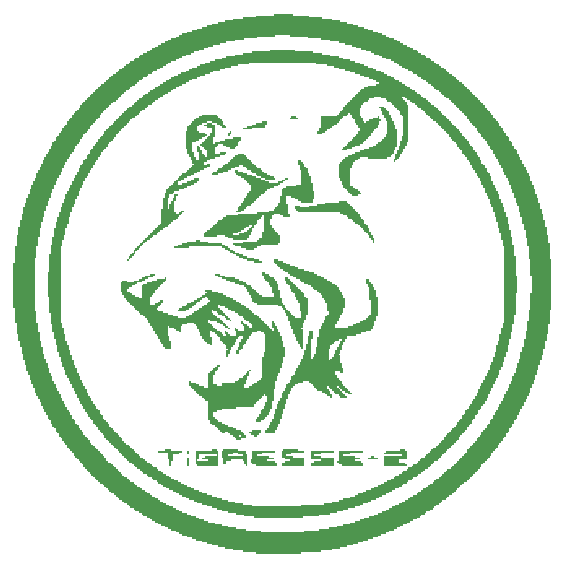
<source format=gbo>
G04*
G04 #@! TF.GenerationSoftware,Altium Limited,Altium Designer,22.2.1 (43)*
G04*
G04 Layer_Color=32896*
%FSLAX23Y23*%
%MOIN*%
G70*
G04*
G04 #@! TF.SameCoordinates,341014A0-F451-4C88-BB74-CD236E81B47C*
G04*
G04*
G04 #@! TF.FilePolarity,Positive*
G04*
G01*
G75*
G36*
X3823Y4259D02*
X3877D01*
Y4254D01*
X3920D01*
Y4248D01*
X3953D01*
Y4243D01*
X3980D01*
Y4238D01*
X4002D01*
Y4232D01*
X4023D01*
Y4227D01*
X4040D01*
Y4221D01*
X4061D01*
Y4216D01*
X4072D01*
Y4210D01*
X4088D01*
Y4205D01*
X4105D01*
Y4200D01*
X4121D01*
Y4194D01*
X4132D01*
Y4189D01*
X4142D01*
Y4183D01*
X4159D01*
Y4178D01*
X4170D01*
Y4173D01*
X4180D01*
Y4167D01*
X4191D01*
Y4162D01*
X4202D01*
Y4156D01*
X4213D01*
Y4151D01*
X4224D01*
Y4145D01*
X4235D01*
Y4140D01*
X4240D01*
Y4135D01*
X4251D01*
Y4129D01*
X4262D01*
Y4124D01*
X4267D01*
Y4118D01*
X4278D01*
Y4113D01*
X4283D01*
Y4108D01*
X4294D01*
Y4102D01*
X4300D01*
Y4097D01*
X4310D01*
Y4091D01*
X4316D01*
Y4086D01*
X4327D01*
Y4080D01*
X4332D01*
Y4075D01*
X4337D01*
Y4070D01*
X4343D01*
Y4064D01*
X4354D01*
Y4059D01*
X4359D01*
Y4053D01*
X4365D01*
Y4048D01*
X4370D01*
Y4043D01*
X4375D01*
Y4037D01*
X4386D01*
Y4032D01*
X4392D01*
Y4026D01*
X4397D01*
Y4021D01*
X4402D01*
Y4015D01*
X4408D01*
Y4010D01*
X4413D01*
Y4005D01*
X4419D01*
Y3999D01*
X4424D01*
Y3994D01*
X4430D01*
Y3988D01*
X4435D01*
Y3983D01*
X4440D01*
Y3978D01*
X4446D01*
Y3972D01*
X4451D01*
Y3967D01*
X4457D01*
Y3961D01*
X4462D01*
Y3950D01*
X4468D01*
Y3945D01*
X4473D01*
Y3940D01*
X4478D01*
Y3934D01*
X4484D01*
Y3929D01*
X4489D01*
Y3918D01*
X4495D01*
Y3913D01*
X4500D01*
Y3907D01*
X4505D01*
Y3902D01*
X4511D01*
Y3891D01*
X4516D01*
Y3885D01*
X4522D01*
Y3875D01*
X4527D01*
Y3869D01*
X4533D01*
Y3858D01*
X4538D01*
Y3853D01*
X4543D01*
Y3842D01*
X4549D01*
Y3837D01*
X4554D01*
Y3826D01*
X4560D01*
Y3815D01*
X4565D01*
Y3810D01*
X4570D01*
Y3799D01*
X4576D01*
Y3788D01*
X4581D01*
Y3777D01*
X4587D01*
Y3766D01*
X4592D01*
Y3755D01*
X4598D01*
Y3745D01*
X4603D01*
Y3734D01*
X4608D01*
Y3723D01*
X4614D01*
Y3707D01*
X4619D01*
Y3696D01*
X4625D01*
Y3680D01*
X4630D01*
Y3663D01*
X4635D01*
Y3652D01*
X4641D01*
Y3636D01*
X4646D01*
Y3615D01*
X4652D01*
Y3598D01*
X4657D01*
Y3577D01*
X4663D01*
Y3555D01*
X4668D01*
Y3528D01*
X4673D01*
Y3501D01*
X4679D01*
Y3447D01*
X4684D01*
Y3279D01*
X4679D01*
Y3230D01*
X4673D01*
Y3197D01*
X4668D01*
Y3176D01*
X4663D01*
Y3149D01*
X4657D01*
Y3127D01*
X4652D01*
Y3111D01*
X4646D01*
Y3095D01*
X4641D01*
Y3078D01*
X4635D01*
Y3062D01*
X4630D01*
Y3046D01*
X4625D01*
Y3030D01*
X4619D01*
Y3019D01*
X4614D01*
Y3002D01*
X4608D01*
Y2992D01*
X4603D01*
Y2981D01*
X4598D01*
Y2970D01*
X4592D01*
Y2959D01*
X4587D01*
Y2948D01*
X4581D01*
Y2937D01*
X4576D01*
Y2927D01*
X4570D01*
Y2916D01*
X4565D01*
Y2910D01*
X4560D01*
Y2899D01*
X4554D01*
Y2889D01*
X4549D01*
Y2883D01*
X4543D01*
Y2872D01*
X4538D01*
Y2867D01*
X4533D01*
Y2856D01*
X4527D01*
Y2851D01*
X4522D01*
Y2840D01*
X4516D01*
Y2834D01*
X4511D01*
Y2829D01*
X4505D01*
Y2818D01*
X4500D01*
Y2813D01*
X4495D01*
Y2807D01*
X4489D01*
Y2802D01*
X4484D01*
Y2791D01*
X4478D01*
Y2786D01*
X4473D01*
Y2780D01*
X4468D01*
Y2775D01*
X4462D01*
Y2769D01*
X4457D01*
Y2764D01*
X4451D01*
Y2753D01*
X4446D01*
Y2748D01*
X4440D01*
Y2742D01*
X4435D01*
Y2737D01*
X4430D01*
Y2732D01*
X4424D01*
Y2726D01*
X4419D01*
Y2721D01*
X4413D01*
Y2715D01*
X4408D01*
Y2710D01*
X4402D01*
Y2704D01*
X4392D01*
Y2699D01*
X4386D01*
Y2694D01*
X4381D01*
Y2688D01*
X4375D01*
Y2683D01*
X4370D01*
Y2677D01*
X4365D01*
Y2672D01*
X4359D01*
Y2667D01*
X4354D01*
Y2661D01*
X4343D01*
Y2656D01*
X4337D01*
Y2650D01*
X4332D01*
Y2645D01*
X4321D01*
Y2639D01*
X4316D01*
Y2634D01*
X4310D01*
Y2629D01*
X4300D01*
Y2623D01*
X4294D01*
Y2618D01*
X4289D01*
Y2612D01*
X4278D01*
Y2607D01*
X4267D01*
Y2602D01*
X4262D01*
Y2596D01*
X4251D01*
Y2591D01*
X4245D01*
Y2585D01*
X4235D01*
Y2580D01*
X4224D01*
Y2574D01*
X4213D01*
Y2569D01*
X4202D01*
Y2564D01*
X4191D01*
Y2558D01*
X4180D01*
Y2553D01*
X4170D01*
Y2547D01*
X4159D01*
Y2542D01*
X4142D01*
Y2537D01*
X4132D01*
Y2531D01*
X4115D01*
Y2526D01*
X4105D01*
Y2520D01*
X4088D01*
Y2515D01*
X4072D01*
Y2509D01*
X4056D01*
Y2504D01*
X4040D01*
Y2499D01*
X4023D01*
Y2493D01*
X4002D01*
Y2488D01*
X3980D01*
Y2482D01*
X3953D01*
Y2477D01*
X3915D01*
Y2472D01*
X3850D01*
Y2466D01*
X3698D01*
Y2472D01*
X3655D01*
Y2477D01*
X3622D01*
Y2482D01*
X3595D01*
Y2488D01*
X3574D01*
Y2493D01*
X3552D01*
Y2499D01*
X3536D01*
Y2504D01*
X3520D01*
Y2509D01*
X3498D01*
Y2515D01*
X3487D01*
Y2520D01*
X3471D01*
Y2526D01*
X3454D01*
Y2531D01*
X3444D01*
Y2537D01*
X3433D01*
Y2542D01*
X3417D01*
Y2547D01*
X3406D01*
Y2553D01*
X3395D01*
Y2558D01*
X3384D01*
Y2564D01*
X3373D01*
Y2569D01*
X3362D01*
Y2574D01*
X3352D01*
Y2580D01*
X3346D01*
Y2585D01*
X3335D01*
Y2591D01*
X3324D01*
Y2596D01*
X3319D01*
Y2602D01*
X3308D01*
Y2607D01*
X3297D01*
Y2612D01*
X3292D01*
Y2618D01*
X3281D01*
Y2623D01*
X3276D01*
Y2629D01*
X3270D01*
Y2634D01*
X3259D01*
Y2639D01*
X3254D01*
Y2645D01*
X3243D01*
Y2650D01*
X3238D01*
Y2656D01*
X3232D01*
Y2661D01*
X3227D01*
Y2667D01*
X3216D01*
Y2672D01*
X3211D01*
Y2677D01*
X3205D01*
Y2683D01*
X3200D01*
Y2688D01*
X3194D01*
Y2694D01*
X3189D01*
Y2699D01*
X3178D01*
Y2704D01*
X3173D01*
Y2710D01*
X3167D01*
Y2715D01*
X3162D01*
Y2721D01*
X3157D01*
Y2726D01*
X3151D01*
Y2732D01*
X3146D01*
Y2737D01*
X3140D01*
Y2742D01*
X3135D01*
Y2748D01*
X3129D01*
Y2753D01*
X3124D01*
Y2764D01*
X3119D01*
Y2769D01*
X3113D01*
Y2775D01*
X3108D01*
Y2780D01*
X3102D01*
Y2786D01*
X3097D01*
Y2791D01*
X3092D01*
Y2802D01*
X3086D01*
Y2807D01*
X3081D01*
Y2813D01*
X3075D01*
Y2818D01*
X3070D01*
Y2829D01*
X3064D01*
Y2834D01*
X3059D01*
Y2840D01*
X3054D01*
Y2851D01*
X3048D01*
Y2856D01*
X3043D01*
Y2867D01*
X3037D01*
Y2872D01*
X3032D01*
Y2883D01*
X3027D01*
Y2889D01*
X3021D01*
Y2899D01*
X3016D01*
Y2910D01*
X3010D01*
Y2916D01*
X3005D01*
Y2927D01*
X2999D01*
Y2937D01*
X2994D01*
Y2948D01*
X2989D01*
Y2959D01*
X2983D01*
Y2970D01*
X2978D01*
Y2981D01*
X2972D01*
Y2992D01*
X2967D01*
Y3002D01*
X2962D01*
Y3019D01*
X2956D01*
Y3030D01*
X2951D01*
Y3046D01*
X2945D01*
Y3062D01*
X2940D01*
Y3073D01*
X2934D01*
Y3095D01*
X2929D01*
Y3111D01*
X2924D01*
Y3132D01*
X2918D01*
Y3154D01*
X2913D01*
Y3176D01*
X2907D01*
Y3197D01*
X2902D01*
Y3235D01*
X2897D01*
Y3284D01*
X2891D01*
Y3436D01*
X2897D01*
Y3490D01*
X2902D01*
Y3528D01*
X2907D01*
Y3555D01*
X2913D01*
Y3577D01*
X2918D01*
Y3598D01*
X2924D01*
Y3620D01*
X2929D01*
Y3636D01*
X2934D01*
Y3652D01*
X2940D01*
Y3663D01*
X2945D01*
Y3680D01*
X2951D01*
Y3696D01*
X2956D01*
Y3707D01*
X2962D01*
Y3717D01*
X2967D01*
Y3734D01*
X2972D01*
Y3745D01*
X2978D01*
Y3755D01*
X2983D01*
Y3766D01*
X2989D01*
Y3777D01*
X2994D01*
Y3788D01*
X2999D01*
Y3799D01*
X3005D01*
Y3804D01*
X3010D01*
Y3815D01*
X3016D01*
Y3826D01*
X3021D01*
Y3837D01*
X3027D01*
Y3842D01*
X3032D01*
Y3853D01*
X3037D01*
Y3858D01*
X3043D01*
Y3869D01*
X3048D01*
Y3875D01*
X3054D01*
Y3885D01*
X3059D01*
Y3891D01*
X3064D01*
Y3896D01*
X3070D01*
Y3907D01*
X3075D01*
Y3913D01*
X3081D01*
Y3918D01*
X3086D01*
Y3929D01*
X3092D01*
Y3934D01*
X3097D01*
Y3940D01*
X3102D01*
Y3945D01*
X3108D01*
Y3950D01*
X3113D01*
Y3961D01*
X3119D01*
Y3967D01*
X3124D01*
Y3972D01*
X3129D01*
Y3978D01*
X3135D01*
Y3983D01*
X3140D01*
Y3988D01*
X3146D01*
Y3994D01*
X3151D01*
Y3999D01*
X3157D01*
Y4005D01*
X3162D01*
Y4010D01*
X3167D01*
Y4015D01*
X3173D01*
Y4021D01*
X3178D01*
Y4026D01*
X3184D01*
Y4032D01*
X3194D01*
Y4037D01*
X3200D01*
Y4043D01*
X3205D01*
Y4048D01*
X3211D01*
Y4053D01*
X3216D01*
Y4059D01*
X3222D01*
Y4064D01*
X3232D01*
Y4070D01*
X3238D01*
Y4075D01*
X3243D01*
Y4080D01*
X3254D01*
Y4086D01*
X3259D01*
Y4091D01*
X3265D01*
Y4097D01*
X3276D01*
Y4102D01*
X3281D01*
Y4108D01*
X3292D01*
Y4113D01*
X3297D01*
Y4118D01*
X3308D01*
Y4124D01*
X3314D01*
Y4129D01*
X3324D01*
Y4135D01*
X3335D01*
Y4140D01*
X3346D01*
Y4145D01*
X3352D01*
Y4151D01*
X3362D01*
Y4156D01*
X3373D01*
Y4162D01*
X3384D01*
Y4167D01*
X3395D01*
Y4173D01*
X3406D01*
Y4178D01*
X3417D01*
Y4183D01*
X3433D01*
Y4189D01*
X3444D01*
Y4194D01*
X3454D01*
Y4200D01*
X3471D01*
Y4205D01*
X3487D01*
Y4210D01*
X3503D01*
Y4216D01*
X3520D01*
Y4221D01*
X3536D01*
Y4227D01*
X3552D01*
Y4232D01*
X3574D01*
Y4238D01*
X3595D01*
Y4243D01*
X3622D01*
Y4248D01*
X3655D01*
Y4254D01*
X3698D01*
Y4259D01*
X3758D01*
Y4265D01*
X3823D01*
Y4259D01*
D02*
G37*
%LPC*%
G36*
X3812Y4194D02*
X3763D01*
Y4189D01*
X3704D01*
Y4183D01*
X3660D01*
Y4178D01*
X3628D01*
Y4173D01*
X3601D01*
Y4167D01*
X3579D01*
Y4162D01*
X3557D01*
Y4156D01*
X3541D01*
Y4151D01*
X3525D01*
Y4145D01*
X3509D01*
Y4140D01*
X3492D01*
Y4135D01*
X3482D01*
Y4129D01*
X3465D01*
Y4124D01*
X3454D01*
Y4118D01*
X3444D01*
Y4113D01*
X3433D01*
Y4108D01*
X3417D01*
Y4102D01*
X3406D01*
Y4097D01*
X3400D01*
Y4091D01*
X3389D01*
Y4086D01*
X3379D01*
Y4080D01*
X3368D01*
Y4075D01*
X3357D01*
Y4070D01*
X3352D01*
Y4064D01*
X3341D01*
Y4059D01*
X3335D01*
Y4053D01*
X3324D01*
Y4048D01*
X3319D01*
Y4043D01*
X3308D01*
Y4037D01*
X3303D01*
Y4032D01*
X3297D01*
Y4026D01*
X3287D01*
Y4021D01*
X3281D01*
Y4015D01*
X3276D01*
Y4010D01*
X3265D01*
Y4005D01*
X3259D01*
Y3999D01*
X3254D01*
Y3994D01*
X3249D01*
Y3988D01*
X3243D01*
Y3983D01*
X3238D01*
Y3978D01*
X3232D01*
Y3972D01*
X3222D01*
Y3967D01*
X3216D01*
Y3961D01*
X3211D01*
Y3956D01*
X3205D01*
Y3950D01*
X3200D01*
Y3945D01*
X3194D01*
Y3940D01*
X3189D01*
Y3934D01*
X3184D01*
Y3929D01*
X3178D01*
Y3918D01*
X3173D01*
Y3913D01*
X3167D01*
Y3907D01*
X3162D01*
Y3902D01*
X3157D01*
Y3896D01*
X3151D01*
Y3891D01*
X3146D01*
Y3880D01*
X3140D01*
Y3875D01*
X3135D01*
Y3869D01*
X3129D01*
Y3864D01*
X3124D01*
Y3853D01*
X3119D01*
Y3847D01*
X3113D01*
Y3837D01*
X3108D01*
Y3831D01*
X3102D01*
Y3826D01*
X3097D01*
Y3815D01*
X3092D01*
Y3804D01*
X3086D01*
Y3799D01*
X3081D01*
Y3788D01*
X3075D01*
Y3782D01*
X3070D01*
Y3772D01*
X3064D01*
Y3761D01*
X3059D01*
Y3750D01*
X3054D01*
Y3739D01*
X3048D01*
Y3728D01*
X3043D01*
Y3717D01*
X3037D01*
Y3707D01*
X3032D01*
Y3696D01*
X3027D01*
Y3680D01*
X3021D01*
Y3669D01*
X3016D01*
Y3652D01*
X3010D01*
Y3642D01*
X3005D01*
Y3625D01*
X2999D01*
Y3609D01*
X2994D01*
Y3587D01*
X2989D01*
Y3571D01*
X2983D01*
Y3550D01*
X2978D01*
Y3522D01*
X2972D01*
Y3490D01*
X2967D01*
Y3452D01*
X2962D01*
Y3273D01*
X2967D01*
Y3235D01*
X2972D01*
Y3203D01*
X2978D01*
Y3176D01*
X2983D01*
Y3154D01*
X2989D01*
Y3132D01*
X2994D01*
Y3116D01*
X2999D01*
Y3100D01*
X3005D01*
Y3084D01*
X3010D01*
Y3067D01*
X3016D01*
Y3057D01*
X3021D01*
Y3040D01*
X3027D01*
Y3030D01*
X3032D01*
Y3019D01*
X3037D01*
Y3008D01*
X3043D01*
Y2997D01*
X3048D01*
Y2986D01*
X3054D01*
Y2975D01*
X3059D01*
Y2965D01*
X3064D01*
Y2954D01*
X3070D01*
Y2943D01*
X3075D01*
Y2937D01*
X3081D01*
Y2927D01*
X3086D01*
Y2916D01*
X3092D01*
Y2910D01*
X3097D01*
Y2899D01*
X3102D01*
Y2894D01*
X3108D01*
Y2883D01*
X3113D01*
Y2878D01*
X3119D01*
Y2872D01*
X3124D01*
Y2862D01*
X3129D01*
Y2856D01*
X3135D01*
Y2851D01*
X3140D01*
Y2845D01*
X3146D01*
Y2834D01*
X3151D01*
Y2829D01*
X3157D01*
Y2824D01*
X3162D01*
Y2818D01*
X3167D01*
Y2813D01*
X3173D01*
Y2807D01*
X3178D01*
Y2802D01*
X3184D01*
Y2797D01*
X3189D01*
Y2791D01*
X3194D01*
Y2786D01*
X3200D01*
Y2775D01*
X3205D01*
Y2769D01*
X3216D01*
Y2764D01*
X3222D01*
Y2759D01*
X3227D01*
Y2753D01*
X3232D01*
Y2748D01*
X3238D01*
Y2742D01*
X3243D01*
Y2737D01*
X3249D01*
Y2732D01*
X3254D01*
Y2726D01*
X3259D01*
Y2721D01*
X3270D01*
Y2715D01*
X3276D01*
Y2710D01*
X3281D01*
Y2704D01*
X3292D01*
Y2699D01*
X3297D01*
Y2694D01*
X3303D01*
Y2688D01*
X3314D01*
Y2683D01*
X3319D01*
Y2677D01*
X3330D01*
Y2672D01*
X3335D01*
Y2667D01*
X3346D01*
Y2661D01*
X3352D01*
Y2656D01*
X3362D01*
Y2650D01*
X3373D01*
Y2645D01*
X3379D01*
Y2639D01*
X3389D01*
Y2634D01*
X3400D01*
Y2629D01*
X3411D01*
Y2623D01*
X3422D01*
Y2618D01*
X3433D01*
Y2612D01*
X3444D01*
Y2607D01*
X3454D01*
Y2602D01*
X3471D01*
Y2596D01*
X3482D01*
Y2591D01*
X3498D01*
Y2585D01*
X3509D01*
Y2580D01*
X3525D01*
Y2574D01*
X3541D01*
Y2569D01*
X3563D01*
Y2564D01*
X3585D01*
Y2558D01*
X3606D01*
Y2553D01*
X3633D01*
Y2547D01*
X3666D01*
Y2542D01*
X3715D01*
Y2537D01*
X3861D01*
Y2542D01*
X3910D01*
Y2547D01*
X3942D01*
Y2553D01*
X3969D01*
Y2558D01*
X3991D01*
Y2564D01*
X4012D01*
Y2569D01*
X4029D01*
Y2574D01*
X4045D01*
Y2580D01*
X4061D01*
Y2585D01*
X4077D01*
Y2591D01*
X4094D01*
Y2596D01*
X4105D01*
Y2602D01*
X4121D01*
Y2607D01*
X4132D01*
Y2612D01*
X4142D01*
Y2618D01*
X4153D01*
Y2623D01*
X4164D01*
Y2629D01*
X4175D01*
Y2634D01*
X4186D01*
Y2639D01*
X4197D01*
Y2645D01*
X4207D01*
Y2650D01*
X4213D01*
Y2656D01*
X4224D01*
Y2661D01*
X4235D01*
Y2667D01*
X4240D01*
Y2672D01*
X4251D01*
Y2677D01*
X4256D01*
Y2683D01*
X4267D01*
Y2688D01*
X4272D01*
Y2694D01*
X4278D01*
Y2699D01*
X4289D01*
Y2704D01*
X4294D01*
Y2710D01*
X4300D01*
Y2715D01*
X4310D01*
Y2721D01*
X4316D01*
Y2726D01*
X4321D01*
Y2732D01*
X4327D01*
Y2737D01*
X4332D01*
Y2742D01*
X4337D01*
Y2748D01*
X4348D01*
Y2753D01*
X4354D01*
Y2759D01*
X4359D01*
Y2764D01*
X4365D01*
Y2769D01*
X4370D01*
Y2775D01*
X4375D01*
Y2780D01*
X4381D01*
Y2786D01*
X4386D01*
Y2791D01*
X4392D01*
Y2797D01*
X4397D01*
Y2802D01*
X4402D01*
Y2813D01*
X4408D01*
Y2818D01*
X4413D01*
Y2824D01*
X4419D01*
Y2829D01*
X4424D01*
Y2834D01*
X4430D01*
Y2840D01*
X4435D01*
Y2851D01*
X4440D01*
Y2856D01*
X4446D01*
Y2862D01*
X4451D01*
Y2872D01*
X4457D01*
Y2878D01*
X4462D01*
Y2883D01*
X4468D01*
Y2894D01*
X4473D01*
Y2899D01*
X4478D01*
Y2910D01*
X4484D01*
Y2916D01*
X4489D01*
Y2927D01*
X4495D01*
Y2937D01*
X4500D01*
Y2943D01*
X4505D01*
Y2954D01*
X4511D01*
Y2965D01*
X4516D01*
Y2975D01*
X4522D01*
Y2986D01*
X4527D01*
Y2997D01*
X4533D01*
Y3008D01*
X4538D01*
Y3019D01*
X4543D01*
Y3030D01*
X4549D01*
Y3040D01*
X4554D01*
Y3057D01*
X4560D01*
Y3067D01*
X4565D01*
Y3084D01*
X4570D01*
Y3100D01*
X4576D01*
Y3116D01*
X4581D01*
Y3138D01*
X4587D01*
Y3154D01*
X4592D01*
Y3181D01*
X4598D01*
Y3208D01*
X4603D01*
Y3241D01*
X4608D01*
Y3279D01*
X4614D01*
Y3333D01*
X4619D01*
Y3392D01*
X4614D01*
Y3447D01*
X4608D01*
Y3490D01*
X4603D01*
Y3517D01*
X4598D01*
Y3544D01*
X4592D01*
Y3566D01*
X4587D01*
Y3587D01*
X4581D01*
Y3604D01*
X4576D01*
Y3625D01*
X4570D01*
Y3636D01*
X4565D01*
Y3652D01*
X4560D01*
Y3669D01*
X4554D01*
Y3680D01*
X4549D01*
Y3696D01*
X4543D01*
Y3707D01*
X4538D01*
Y3717D01*
X4533D01*
Y3728D01*
X4527D01*
Y3739D01*
X4522D01*
Y3750D01*
X4516D01*
Y3761D01*
X4511D01*
Y3772D01*
X4505D01*
Y3782D01*
X4500D01*
Y3788D01*
X4495D01*
Y3799D01*
X4489D01*
Y3810D01*
X4484D01*
Y3815D01*
X4478D01*
Y3826D01*
X4473D01*
Y3831D01*
X4468D01*
Y3842D01*
X4462D01*
Y3847D01*
X4457D01*
Y3853D01*
X4451D01*
Y3864D01*
X4446D01*
Y3869D01*
X4440D01*
Y3875D01*
X4435D01*
Y3885D01*
X4430D01*
Y3891D01*
X4424D01*
Y3896D01*
X4419D01*
Y3902D01*
X4413D01*
Y3907D01*
X4408D01*
Y3913D01*
X4402D01*
Y3923D01*
X4397D01*
Y3929D01*
X4392D01*
Y3934D01*
X4386D01*
Y3940D01*
X4381D01*
Y3945D01*
X4375D01*
Y3950D01*
X4370D01*
Y3956D01*
X4365D01*
Y3961D01*
X4359D01*
Y3967D01*
X4354D01*
Y3972D01*
X4348D01*
Y3978D01*
X4343D01*
Y3983D01*
X4332D01*
Y3988D01*
X4327D01*
Y3994D01*
X4321D01*
Y3999D01*
X4316D01*
Y4005D01*
X4310D01*
Y4010D01*
X4300D01*
Y4015D01*
X4294D01*
Y4021D01*
X4289D01*
Y4026D01*
X4283D01*
Y4032D01*
X4272D01*
Y4037D01*
X4267D01*
Y4043D01*
X4256D01*
Y4048D01*
X4251D01*
Y4053D01*
X4240D01*
Y4059D01*
X4235D01*
Y4064D01*
X4224D01*
Y4070D01*
X4218D01*
Y4075D01*
X4207D01*
Y4080D01*
X4197D01*
Y4086D01*
X4186D01*
Y4091D01*
X4175D01*
Y4097D01*
X4170D01*
Y4102D01*
X4159D01*
Y4108D01*
X4148D01*
Y4113D01*
X4132D01*
Y4118D01*
X4121D01*
Y4124D01*
X4110D01*
Y4129D01*
X4094D01*
Y4135D01*
X4083D01*
Y4140D01*
X4067D01*
Y4145D01*
X4050D01*
Y4151D01*
X4034D01*
Y4156D01*
X4018D01*
Y4162D01*
X3996D01*
Y4167D01*
X3975D01*
Y4173D01*
X3947D01*
Y4178D01*
X3915D01*
Y4183D01*
X3872D01*
Y4189D01*
X3812D01*
Y4194D01*
D02*
G37*
%LPD*%
G36*
X3828Y4140D02*
X3888D01*
Y4135D01*
X3920D01*
Y4129D01*
X3947D01*
Y4124D01*
X3975D01*
Y4118D01*
X3991D01*
Y4113D01*
X4012D01*
Y4108D01*
X4029D01*
Y4102D01*
X4045D01*
Y4097D01*
X4061D01*
Y4091D01*
X4072D01*
Y4086D01*
X4088D01*
Y4080D01*
X4099D01*
Y4075D01*
X4115D01*
Y4070D01*
X4126D01*
Y4064D01*
X4137D01*
Y4059D01*
X4148D01*
Y4053D01*
X4159D01*
Y4048D01*
X4164D01*
Y4043D01*
X4175D01*
Y4037D01*
X4186D01*
Y4032D01*
X4197D01*
Y4026D01*
X4202D01*
Y4021D01*
X4213D01*
Y4015D01*
X4218D01*
Y4010D01*
X4229D01*
Y4005D01*
X4235D01*
Y3999D01*
X4245D01*
Y3994D01*
X4251D01*
Y3988D01*
X4256D01*
Y3983D01*
X4267D01*
Y3978D01*
X4272D01*
Y3972D01*
X4278D01*
Y3967D01*
X4283D01*
Y3961D01*
X4294D01*
Y3956D01*
X4300D01*
Y3950D01*
X4305D01*
Y3945D01*
X4310D01*
Y3940D01*
X4316D01*
Y3934D01*
X4321D01*
Y3929D01*
X4327D01*
Y3923D01*
X4332D01*
Y3918D01*
X4337D01*
Y3913D01*
X4343D01*
Y3907D01*
X4348D01*
Y3902D01*
X4354D01*
Y3896D01*
X4359D01*
Y3891D01*
X4365D01*
Y3885D01*
X4370D01*
Y3880D01*
X4375D01*
Y3875D01*
X4381D01*
Y3869D01*
X4386D01*
Y3858D01*
X4392D01*
Y3853D01*
X4397D01*
Y3847D01*
X4402D01*
Y3842D01*
X4408D01*
Y3831D01*
X4413D01*
Y3826D01*
X4419D01*
Y3820D01*
X4424D01*
Y3810D01*
X4430D01*
Y3804D01*
X4435D01*
Y3793D01*
X4440D01*
Y3788D01*
X4446D01*
Y3777D01*
X4451D01*
Y3766D01*
X4457D01*
Y3761D01*
X4462D01*
Y3750D01*
X4468D01*
Y3739D01*
X4473D01*
Y3734D01*
X4478D01*
Y3723D01*
X4484D01*
Y3707D01*
X4489D01*
Y3696D01*
X4495D01*
Y3685D01*
X4500D01*
Y3674D01*
X4505D01*
Y3663D01*
X4511D01*
Y3647D01*
X4516D01*
Y3636D01*
X4522D01*
Y3620D01*
X4527D01*
Y3604D01*
X4533D01*
Y3587D01*
X4538D01*
Y3566D01*
X4543D01*
Y3544D01*
X4549D01*
Y3522D01*
X4554D01*
Y3495D01*
X4560D01*
Y3457D01*
X4565D01*
Y3392D01*
X4570D01*
Y3333D01*
X4565D01*
Y3262D01*
X4560D01*
Y3230D01*
X4554D01*
Y3203D01*
X4549D01*
Y3181D01*
X4543D01*
Y3160D01*
X4538D01*
Y3138D01*
X4533D01*
Y3122D01*
X4527D01*
Y3105D01*
X4522D01*
Y3089D01*
X4516D01*
Y3078D01*
X4511D01*
Y3062D01*
X4505D01*
Y3051D01*
X4500D01*
Y3040D01*
X4495D01*
Y3030D01*
X4489D01*
Y3019D01*
X4484D01*
Y3008D01*
X4478D01*
Y2997D01*
X4473D01*
Y2986D01*
X4468D01*
Y2975D01*
X4462D01*
Y2965D01*
X4457D01*
Y2959D01*
X4451D01*
Y2948D01*
X4446D01*
Y2943D01*
X4440D01*
Y2932D01*
X4435D01*
Y2927D01*
X4430D01*
Y2916D01*
X4424D01*
Y2910D01*
X4419D01*
Y2899D01*
X4413D01*
Y2894D01*
X4408D01*
Y2889D01*
X4402D01*
Y2878D01*
X4397D01*
Y2872D01*
X4392D01*
Y2867D01*
X4386D01*
Y2862D01*
X4381D01*
Y2856D01*
X4375D01*
Y2845D01*
X4370D01*
Y2840D01*
X4365D01*
Y2834D01*
X4359D01*
Y2829D01*
X4354D01*
Y2824D01*
X4348D01*
Y2818D01*
X4343D01*
Y2813D01*
X4337D01*
Y2807D01*
X4332D01*
Y2802D01*
X4327D01*
Y2797D01*
X4321D01*
Y2791D01*
X4316D01*
Y2786D01*
X4310D01*
Y2780D01*
X4305D01*
Y2775D01*
X4294D01*
Y2769D01*
X4289D01*
Y2764D01*
X4283D01*
Y2759D01*
X4278D01*
Y2753D01*
X4272D01*
Y2748D01*
X4262D01*
Y2742D01*
X4256D01*
Y2737D01*
X4251D01*
Y2732D01*
X4240D01*
Y2726D01*
X4235D01*
Y2721D01*
X4224D01*
Y2715D01*
X4218D01*
Y2710D01*
X4207D01*
Y2704D01*
X4202D01*
Y2699D01*
X4191D01*
Y2694D01*
X4186D01*
Y2688D01*
X4175D01*
Y2683D01*
X4164D01*
Y2677D01*
X4153D01*
Y2672D01*
X4142D01*
Y2667D01*
X4132D01*
Y2661D01*
X4121D01*
Y2656D01*
X4110D01*
Y2650D01*
X4099D01*
Y2645D01*
X4083D01*
Y2639D01*
X4072D01*
Y2634D01*
X4056D01*
Y2629D01*
X4045D01*
Y2623D01*
X4029D01*
Y2618D01*
X4007D01*
Y2612D01*
X3991D01*
Y2607D01*
X3969D01*
Y2602D01*
X3947D01*
Y2596D01*
X3910D01*
Y2591D01*
X3855D01*
Y2585D01*
X3693D01*
Y2591D01*
X3660D01*
Y2596D01*
X3633D01*
Y2602D01*
X3606D01*
Y2607D01*
X3585D01*
Y2612D01*
X3568D01*
Y2618D01*
X3552D01*
Y2623D01*
X3536D01*
Y2629D01*
X3520D01*
Y2634D01*
X3503D01*
Y2639D01*
X3492D01*
Y2645D01*
X3476D01*
Y2650D01*
X3465D01*
Y2656D01*
X3454D01*
Y2661D01*
X3444D01*
Y2667D01*
X3433D01*
Y2672D01*
X3422D01*
Y2677D01*
X3411D01*
Y2683D01*
X3400D01*
Y2688D01*
X3389D01*
Y2694D01*
X3384D01*
Y2699D01*
X3373D01*
Y2704D01*
X3368D01*
Y2710D01*
X3357D01*
Y2715D01*
X3352D01*
Y2721D01*
X3341D01*
Y2726D01*
X3335D01*
Y2732D01*
X3324D01*
Y2737D01*
X3319D01*
Y2742D01*
X3314D01*
Y2748D01*
X3303D01*
Y2753D01*
X3297D01*
Y2759D01*
X3292D01*
Y2764D01*
X3287D01*
Y2769D01*
X3276D01*
Y2775D01*
X3270D01*
Y2780D01*
X3265D01*
Y2786D01*
X3259D01*
Y2791D01*
X3254D01*
Y2797D01*
X3249D01*
Y2802D01*
X3243D01*
Y2807D01*
X3238D01*
Y2813D01*
X3232D01*
Y2818D01*
X3227D01*
Y2824D01*
X3222D01*
Y2829D01*
X3216D01*
Y2834D01*
X3211D01*
Y2840D01*
X3205D01*
Y2845D01*
X3200D01*
Y2851D01*
X3194D01*
Y2862D01*
X3189D01*
Y2867D01*
X3184D01*
Y2872D01*
X3178D01*
Y2878D01*
X3173D01*
Y2889D01*
X3167D01*
Y2894D01*
X3162D01*
Y2899D01*
X3157D01*
Y2910D01*
X3151D01*
Y2916D01*
X3146D01*
Y2921D01*
X3140D01*
Y2932D01*
X3135D01*
Y2937D01*
X3129D01*
Y2948D01*
X3124D01*
Y2959D01*
X3119D01*
Y2965D01*
X3113D01*
Y2975D01*
X3108D01*
Y2986D01*
X3102D01*
Y2997D01*
X3097D01*
Y3008D01*
X3092D01*
Y3019D01*
X3086D01*
Y3030D01*
X3081D01*
Y3040D01*
X3075D01*
Y3051D01*
X3070D01*
Y3062D01*
X3064D01*
Y3078D01*
X3059D01*
Y3089D01*
X3054D01*
Y3105D01*
X3048D01*
Y3122D01*
X3043D01*
Y3138D01*
X3037D01*
Y3160D01*
X3032D01*
Y3181D01*
X3027D01*
Y3203D01*
X3021D01*
Y3230D01*
X3016D01*
Y3268D01*
X3010D01*
Y3322D01*
X3005D01*
Y3403D01*
X3010D01*
Y3463D01*
X3016D01*
Y3495D01*
X3021D01*
Y3522D01*
X3027D01*
Y3550D01*
X3032D01*
Y3571D01*
X3037D01*
Y3587D01*
X3043D01*
Y3604D01*
X3048D01*
Y3620D01*
X3054D01*
Y3636D01*
X3059D01*
Y3647D01*
X3064D01*
Y3663D01*
X3070D01*
Y3674D01*
X3075D01*
Y3685D01*
X3081D01*
Y3696D01*
X3086D01*
Y3707D01*
X3092D01*
Y3717D01*
X3097D01*
Y3728D01*
X3102D01*
Y3739D01*
X3108D01*
Y3750D01*
X3113D01*
Y3761D01*
X3119D01*
Y3766D01*
X3124D01*
Y3777D01*
X3129D01*
Y3782D01*
X3135D01*
Y3793D01*
X3140D01*
Y3799D01*
X3146D01*
Y3810D01*
X3151D01*
Y3815D01*
X3157D01*
Y3826D01*
X3162D01*
Y3831D01*
X3167D01*
Y3837D01*
X3173D01*
Y3847D01*
X3178D01*
Y3853D01*
X3184D01*
Y3858D01*
X3189D01*
Y3864D01*
X3194D01*
Y3875D01*
X3200D01*
Y3880D01*
X3205D01*
Y3885D01*
X3211D01*
Y3891D01*
X3216D01*
Y3896D01*
X3222D01*
Y3902D01*
X3227D01*
Y3907D01*
X3232D01*
Y3913D01*
X3238D01*
Y3918D01*
X3243D01*
Y3923D01*
X3249D01*
Y3929D01*
X3254D01*
Y3934D01*
X3259D01*
Y3940D01*
X3265D01*
Y3945D01*
X3270D01*
Y3950D01*
X3276D01*
Y3956D01*
X3287D01*
Y3961D01*
X3292D01*
Y3967D01*
X3297D01*
Y3972D01*
X3303D01*
Y3978D01*
X3308D01*
Y3983D01*
X3319D01*
Y3988D01*
X3324D01*
Y3994D01*
X3330D01*
Y3999D01*
X3341D01*
Y4005D01*
X3346D01*
Y4010D01*
X3357D01*
Y4015D01*
X3362D01*
Y4021D01*
X3373D01*
Y4026D01*
X3379D01*
Y4032D01*
X3389D01*
Y4037D01*
X3400D01*
Y4043D01*
X3411D01*
Y4048D01*
X3417D01*
Y4053D01*
X3427D01*
Y4059D01*
X3438D01*
Y4064D01*
X3449D01*
Y4070D01*
X3465D01*
Y4075D01*
X3476D01*
Y4080D01*
X3487D01*
Y4086D01*
X3503D01*
Y4091D01*
X3514D01*
Y4097D01*
X3530D01*
Y4102D01*
X3547D01*
Y4108D01*
X3563D01*
Y4113D01*
X3585D01*
Y4118D01*
X3601D01*
Y4124D01*
X3628D01*
Y4129D01*
X3655D01*
Y4135D01*
X3687D01*
Y4140D01*
X3747D01*
Y4145D01*
X3828D01*
Y4140D01*
D02*
G37*
%LPC*%
G36*
X3899Y4102D02*
X3677D01*
Y4097D01*
X3639D01*
Y4091D01*
X3617D01*
Y4086D01*
X3595D01*
Y4080D01*
X3579D01*
Y4075D01*
X3557D01*
Y4070D01*
X3547D01*
Y4064D01*
X3530D01*
Y4059D01*
X3514D01*
Y4053D01*
X3503D01*
Y4048D01*
X3487D01*
Y4043D01*
X3476D01*
Y4037D01*
X3465D01*
Y4032D01*
X3454D01*
Y4026D01*
X3444D01*
Y4021D01*
X3433D01*
Y4015D01*
X3422D01*
Y4010D01*
X3417D01*
Y4005D01*
X3406D01*
Y3999D01*
X3395D01*
Y3994D01*
X3389D01*
Y3988D01*
X3379D01*
Y3983D01*
X3373D01*
Y3978D01*
X3362D01*
Y3972D01*
X3357D01*
Y3967D01*
X3352D01*
Y3961D01*
X3341D01*
Y3956D01*
X3335D01*
Y3950D01*
X3330D01*
Y3945D01*
X3319D01*
Y3940D01*
X3314D01*
Y3934D01*
X3308D01*
Y3929D01*
X3303D01*
Y3923D01*
X3297D01*
Y3918D01*
X3287D01*
Y3913D01*
X3281D01*
Y3907D01*
X3276D01*
Y3902D01*
X3270D01*
Y3896D01*
X3265D01*
Y3891D01*
X3259D01*
Y3885D01*
X3254D01*
Y3880D01*
X3249D01*
Y3875D01*
X3243D01*
Y3869D01*
X3238D01*
Y3864D01*
X3232D01*
Y3853D01*
X3227D01*
Y3847D01*
X3222D01*
Y3842D01*
X3216D01*
Y3837D01*
X3211D01*
Y3831D01*
X3205D01*
Y3820D01*
X3200D01*
Y3815D01*
X3194D01*
Y3810D01*
X3189D01*
Y3804D01*
X3184D01*
Y3793D01*
X3178D01*
Y3788D01*
X3173D01*
Y3777D01*
X3167D01*
Y3772D01*
X3162D01*
Y3761D01*
X3157D01*
Y3750D01*
X3151D01*
Y3745D01*
X3146D01*
Y3734D01*
X3140D01*
Y3723D01*
X3135D01*
Y3717D01*
X3129D01*
Y3707D01*
X3124D01*
Y3696D01*
X3119D01*
Y3685D01*
X3113D01*
Y3674D01*
X3108D01*
Y3658D01*
X3102D01*
Y3647D01*
X3097D01*
Y3631D01*
X3092D01*
Y3620D01*
X3086D01*
Y3604D01*
X3081D01*
Y3587D01*
X3075D01*
Y3566D01*
X3070D01*
Y3550D01*
X3064D01*
Y3528D01*
X3059D01*
Y3512D01*
X3054D01*
Y3490D01*
X3048D01*
Y3235D01*
X3054D01*
Y3219D01*
X3059D01*
Y3197D01*
X3064D01*
Y3176D01*
X3070D01*
Y3160D01*
X3075D01*
Y3143D01*
X3081D01*
Y3127D01*
X3086D01*
Y3111D01*
X3092D01*
Y3095D01*
X3097D01*
Y3084D01*
X3102D01*
Y3067D01*
X3108D01*
Y3057D01*
X3113D01*
Y3046D01*
X3119D01*
Y3035D01*
X3124D01*
Y3024D01*
X3129D01*
Y3013D01*
X3135D01*
Y3002D01*
X3140D01*
Y2992D01*
X3146D01*
Y2986D01*
X3151D01*
Y2975D01*
X3157D01*
Y2965D01*
X3162D01*
Y2959D01*
X3167D01*
Y2948D01*
X3173D01*
Y2943D01*
X3178D01*
Y2932D01*
X3184D01*
Y2927D01*
X3189D01*
Y2916D01*
X3194D01*
Y2910D01*
X3200D01*
Y2905D01*
X3205D01*
Y2899D01*
X3211D01*
Y2889D01*
X3216D01*
Y2883D01*
X3222D01*
Y2878D01*
X3227D01*
Y2872D01*
X3232D01*
Y2867D01*
X3238D01*
Y2862D01*
X3243D01*
Y2856D01*
X3249D01*
Y2851D01*
X3254D01*
Y2840D01*
X3259D01*
Y2834D01*
X3265D01*
Y2829D01*
X3276D01*
Y2824D01*
X3281D01*
Y2818D01*
X3287D01*
Y2813D01*
X3292D01*
Y2807D01*
X3297D01*
Y2802D01*
X3303D01*
Y2797D01*
X3308D01*
Y2791D01*
X3314D01*
Y2786D01*
X3324D01*
Y2780D01*
X3330D01*
Y2775D01*
X3335D01*
Y2769D01*
X3346D01*
Y2764D01*
X3352D01*
Y2759D01*
X3357D01*
Y2753D01*
X3368D01*
Y2748D01*
X3373D01*
Y2742D01*
X3384D01*
Y2737D01*
X3389D01*
Y2732D01*
X3400D01*
Y2726D01*
X3411D01*
Y2721D01*
X3417D01*
Y2715D01*
X3427D01*
Y2710D01*
X3438D01*
Y2704D01*
X3449D01*
Y2699D01*
X3460D01*
Y2694D01*
X3471D01*
Y2688D01*
X3482D01*
Y2683D01*
X3492D01*
Y2677D01*
X3509D01*
Y2672D01*
X3520D01*
Y2667D01*
X3536D01*
Y2661D01*
X3552D01*
Y2656D01*
X3568D01*
Y2650D01*
X3585D01*
Y2645D01*
X3606D01*
Y2639D01*
X3628D01*
Y2634D01*
X3655D01*
Y2629D01*
X3687D01*
Y2623D01*
X3850D01*
Y2629D01*
X3926D01*
Y2634D01*
X3953D01*
Y2639D01*
X3975D01*
Y2645D01*
X3991D01*
Y2650D01*
X4012D01*
Y2656D01*
X4029D01*
Y2661D01*
X4040D01*
Y2667D01*
X4056D01*
Y2672D01*
X4067D01*
Y2677D01*
X4083D01*
Y2683D01*
X4094D01*
Y2688D01*
X4105D01*
Y2694D01*
X4115D01*
Y2699D01*
X4126D01*
Y2704D01*
X4137D01*
Y2710D01*
X4148D01*
Y2715D01*
X4159D01*
Y2721D01*
X4164D01*
Y2726D01*
X4175D01*
Y2732D01*
X4186D01*
Y2737D01*
X4191D01*
Y2742D01*
X4202D01*
Y2748D01*
X4207D01*
Y2753D01*
X4218D01*
Y2759D01*
X4224D01*
Y2764D01*
X4235D01*
Y2769D01*
X4240D01*
Y2775D01*
X4245D01*
Y2780D01*
X4251D01*
Y2786D01*
X4262D01*
Y2791D01*
X4267D01*
Y2797D01*
X4272D01*
Y2802D01*
X4278D01*
Y2807D01*
X4283D01*
Y2813D01*
X4289D01*
Y2818D01*
X4300D01*
Y2824D01*
X4305D01*
Y2829D01*
X4310D01*
Y2834D01*
X4316D01*
Y2840D01*
X4321D01*
Y2845D01*
X4327D01*
Y2856D01*
X4332D01*
Y2862D01*
X4337D01*
Y2867D01*
X4343D01*
Y2872D01*
X4348D01*
Y2878D01*
X4354D01*
Y2883D01*
X4359D01*
Y2889D01*
X4365D01*
Y2894D01*
X4370D01*
Y2905D01*
X4375D01*
Y2910D01*
X4381D01*
Y2916D01*
X4386D01*
Y2927D01*
X4392D01*
Y2932D01*
X4397D01*
Y2943D01*
X4402D01*
Y2948D01*
X4408D01*
Y2959D01*
X4413D01*
Y2965D01*
X4419D01*
Y2975D01*
X4424D01*
Y2981D01*
X4430D01*
Y2992D01*
X4435D01*
Y3002D01*
X4440D01*
Y3013D01*
X4446D01*
Y3024D01*
X4451D01*
Y3035D01*
X4457D01*
Y3046D01*
X4462D01*
Y3057D01*
X4468D01*
Y3067D01*
X4473D01*
Y3078D01*
X4478D01*
Y3095D01*
X4484D01*
Y3105D01*
X4489D01*
Y3122D01*
X4495D01*
Y3138D01*
X4500D01*
Y3160D01*
X4505D01*
Y3176D01*
X4511D01*
Y3197D01*
X4516D01*
Y3219D01*
X4522D01*
Y3235D01*
X4527D01*
Y3490D01*
X4522D01*
Y3512D01*
X4516D01*
Y3533D01*
X4511D01*
Y3550D01*
X4505D01*
Y3571D01*
X4500D01*
Y3587D01*
X4495D01*
Y3604D01*
X4489D01*
Y3620D01*
X4484D01*
Y3631D01*
X4478D01*
Y3647D01*
X4473D01*
Y3658D01*
X4468D01*
Y3669D01*
X4462D01*
Y3685D01*
X4457D01*
Y3696D01*
X4451D01*
Y3707D01*
X4446D01*
Y3717D01*
X4440D01*
Y3723D01*
X4435D01*
Y3734D01*
X4430D01*
Y3745D01*
X4424D01*
Y3750D01*
X4419D01*
Y3761D01*
X4413D01*
Y3772D01*
X4408D01*
Y3777D01*
X4402D01*
Y3788D01*
X4397D01*
Y3793D01*
X4392D01*
Y3799D01*
X4386D01*
Y3810D01*
X4381D01*
Y3815D01*
X4375D01*
Y3820D01*
X4370D01*
Y3831D01*
X4365D01*
Y3837D01*
X4359D01*
Y3842D01*
X4354D01*
Y3847D01*
X4348D01*
Y3853D01*
X4343D01*
Y3864D01*
X4337D01*
Y3869D01*
X4332D01*
Y3875D01*
X4327D01*
Y3880D01*
X4321D01*
Y3885D01*
X4316D01*
Y3891D01*
X4310D01*
Y3896D01*
X4305D01*
Y3902D01*
X4300D01*
Y3907D01*
X4289D01*
Y3913D01*
X4283D01*
Y3918D01*
X4278D01*
Y3923D01*
X4272D01*
Y3929D01*
X4267D01*
Y3934D01*
X4262D01*
Y3940D01*
X4256D01*
Y3945D01*
X4251D01*
Y3950D01*
X4240D01*
Y3956D01*
X4235D01*
Y3961D01*
X4229D01*
Y3967D01*
X4218D01*
Y3972D01*
X4213D01*
Y3978D01*
X4202D01*
Y3983D01*
X4197D01*
Y3988D01*
X4186D01*
Y3983D01*
X4191D01*
Y3978D01*
X4197D01*
Y3972D01*
X4202D01*
Y3961D01*
X4207D01*
Y3837D01*
X4202D01*
Y3826D01*
X4197D01*
Y3815D01*
X4191D01*
Y3804D01*
X4186D01*
Y3799D01*
X4180D01*
Y3788D01*
X4175D01*
Y3782D01*
X4170D01*
Y3777D01*
X4164D01*
Y3772D01*
X4159D01*
Y3782D01*
X4164D01*
Y3799D01*
X4170D01*
Y3810D01*
X4175D01*
Y3826D01*
X4180D01*
Y3842D01*
X4186D01*
Y3858D01*
X4191D01*
Y3923D01*
X4186D01*
Y3929D01*
X4180D01*
Y3940D01*
X4175D01*
Y3945D01*
X4170D01*
Y3950D01*
X4164D01*
Y3956D01*
X4159D01*
Y3961D01*
X4153D01*
Y3967D01*
X4148D01*
Y3972D01*
X4137D01*
Y3978D01*
X4132D01*
Y3983D01*
X4115D01*
Y3988D01*
X4094D01*
Y3983D01*
X4077D01*
Y3978D01*
X4072D01*
Y3972D01*
X4061D01*
Y3967D01*
X4056D01*
Y3961D01*
X4050D01*
Y3950D01*
X4045D01*
Y3923D01*
X4050D01*
Y3918D01*
X4056D01*
Y3907D01*
X4061D01*
Y3902D01*
X4067D01*
Y3907D01*
X4077D01*
Y3913D01*
X4088D01*
Y3918D01*
X4105D01*
Y3923D01*
X4110D01*
Y3913D01*
X4115D01*
Y3907D01*
X4110D01*
Y3896D01*
X4105D01*
Y3885D01*
X4099D01*
Y3880D01*
X4094D01*
Y3875D01*
X4088D01*
Y3869D01*
X4083D01*
Y3858D01*
X4077D01*
Y3853D01*
X4072D01*
Y3847D01*
X4067D01*
Y3842D01*
X4061D01*
Y3837D01*
X4056D01*
Y3831D01*
X4045D01*
Y3826D01*
X4029D01*
Y3820D01*
X4018D01*
Y3815D01*
X4002D01*
Y3810D01*
X3985D01*
Y3815D01*
X3991D01*
Y3820D01*
X3996D01*
Y3826D01*
X4002D01*
Y3831D01*
X4007D01*
Y3837D01*
X4012D01*
Y3842D01*
X4018D01*
Y3847D01*
X4023D01*
Y3853D01*
X4029D01*
Y3858D01*
X4034D01*
Y3864D01*
X4040D01*
Y3875D01*
X4045D01*
Y3885D01*
X4040D01*
Y3896D01*
X4034D01*
Y3902D01*
X4029D01*
Y3913D01*
X4023D01*
Y3918D01*
X4018D01*
Y3929D01*
X4012D01*
Y3934D01*
X4007D01*
Y3929D01*
X4002D01*
Y3923D01*
X3991D01*
Y3918D01*
X3985D01*
Y3913D01*
X3980D01*
Y3907D01*
X3975D01*
Y3902D01*
X3969D01*
Y3896D01*
X3958D01*
Y3891D01*
X3953D01*
Y3885D01*
X3947D01*
Y3880D01*
X3937D01*
Y3875D01*
X3931D01*
Y3869D01*
X3920D01*
Y3864D01*
X3904D01*
Y3875D01*
X3910D01*
Y3885D01*
X3915D01*
Y3923D01*
X3969D01*
Y3929D01*
X3975D01*
Y3934D01*
X3980D01*
Y3940D01*
X3985D01*
Y3945D01*
X3991D01*
Y3956D01*
X3996D01*
Y3961D01*
X4002D01*
Y3967D01*
X4007D01*
Y3972D01*
X4012D01*
Y3978D01*
X4018D01*
Y3983D01*
X4023D01*
Y3988D01*
X4029D01*
Y3994D01*
X4034D01*
Y3999D01*
X4040D01*
Y4005D01*
X4045D01*
Y4010D01*
X4050D01*
Y4015D01*
X4061D01*
Y4021D01*
X4072D01*
Y4026D01*
X4099D01*
Y4032D01*
X4110D01*
Y4037D01*
X4099D01*
Y4043D01*
X4088D01*
Y4048D01*
X4077D01*
Y4053D01*
X4061D01*
Y4059D01*
X4045D01*
Y4064D01*
X4029D01*
Y4070D01*
X4012D01*
Y4075D01*
X3996D01*
Y4080D01*
X3975D01*
Y4086D01*
X3958D01*
Y4091D01*
X3937D01*
Y4097D01*
X3899D01*
Y4102D01*
D02*
G37*
%LPD*%
G36*
X3834Y3918D02*
X3839D01*
Y3913D01*
X3812D01*
Y3918D01*
X3817D01*
Y3923D01*
X3834D01*
Y3918D01*
D02*
G37*
G36*
X3568Y3923D02*
X3574D01*
Y3918D01*
X3579D01*
Y3913D01*
X3585D01*
Y3907D01*
X3590D01*
Y3896D01*
X3595D01*
Y3891D01*
X3601D01*
Y3885D01*
X3585D01*
Y3891D01*
X3579D01*
Y3896D01*
X3568D01*
Y3902D01*
X3552D01*
Y3907D01*
X3536D01*
Y3902D01*
X3552D01*
Y3896D01*
X3563D01*
Y3853D01*
X3557D01*
Y3831D01*
X3563D01*
Y3837D01*
X3579D01*
Y3842D01*
X3595D01*
Y3847D01*
X3622D01*
Y3853D01*
X3650D01*
Y3842D01*
X3644D01*
Y3837D01*
X3639D01*
Y3826D01*
X3633D01*
Y3820D01*
X3628D01*
Y3815D01*
X3612D01*
Y3820D01*
X3601D01*
Y3826D01*
X3590D01*
Y3831D01*
X3574D01*
Y3826D01*
X3568D01*
Y3820D01*
X3563D01*
Y3799D01*
X3579D01*
Y3804D01*
X3601D01*
Y3799D01*
X3595D01*
Y3793D01*
X3579D01*
Y3788D01*
X3563D01*
Y3782D01*
X3547D01*
Y3777D01*
X3536D01*
Y3772D01*
X3525D01*
Y3761D01*
X3536D01*
Y3766D01*
X3547D01*
Y3755D01*
X3536D01*
Y3750D01*
X3525D01*
Y3745D01*
X3514D01*
Y3739D01*
X3503D01*
Y3734D01*
X3492D01*
Y3728D01*
X3482D01*
Y3723D01*
X3471D01*
Y3717D01*
X3460D01*
Y3712D01*
X3449D01*
Y3707D01*
X3438D01*
Y3696D01*
X3454D01*
Y3701D01*
X3471D01*
Y3707D01*
X3482D01*
Y3712D01*
X3492D01*
Y3717D01*
X3509D01*
Y3707D01*
X3503D01*
Y3701D01*
X3492D01*
Y3696D01*
X3482D01*
Y3690D01*
X3471D01*
Y3685D01*
X3460D01*
Y3680D01*
X3444D01*
Y3674D01*
X3427D01*
Y3669D01*
X3422D01*
Y3663D01*
X3411D01*
Y3652D01*
X3406D01*
Y3615D01*
X3411D01*
Y3631D01*
X3417D01*
Y3642D01*
X3422D01*
Y3652D01*
X3427D01*
Y3663D01*
X3438D01*
Y3658D01*
X3433D01*
Y3642D01*
X3427D01*
Y3604D01*
X3433D01*
Y3598D01*
X3444D01*
Y3604D01*
X3449D01*
Y3609D01*
X3460D01*
Y3604D01*
X3454D01*
Y3598D01*
X3449D01*
Y3593D01*
X3444D01*
Y3587D01*
X3438D01*
Y3582D01*
X3433D01*
Y3577D01*
X3422D01*
Y3571D01*
X3417D01*
Y3566D01*
X3411D01*
Y3560D01*
X3406D01*
Y3555D01*
X3395D01*
Y3550D01*
X3389D01*
Y3544D01*
X3379D01*
Y3539D01*
X3373D01*
Y3533D01*
X3368D01*
Y3528D01*
X3357D01*
Y3522D01*
X3352D01*
Y3517D01*
X3346D01*
Y3512D01*
X3335D01*
Y3506D01*
X3330D01*
Y3501D01*
X3324D01*
Y3495D01*
X3319D01*
Y3490D01*
X3314D01*
Y3485D01*
X3308D01*
Y3479D01*
X3303D01*
Y3474D01*
X3297D01*
Y3463D01*
X3292D01*
Y3457D01*
X3287D01*
Y3452D01*
X3281D01*
Y3447D01*
X3276D01*
Y3457D01*
X3281D01*
Y3463D01*
X3287D01*
Y3468D01*
X3292D01*
Y3479D01*
X3297D01*
Y3485D01*
X3303D01*
Y3490D01*
X3308D01*
Y3495D01*
X3314D01*
Y3501D01*
X3319D01*
Y3506D01*
X3324D01*
Y3512D01*
X3330D01*
Y3517D01*
X3335D01*
Y3522D01*
X3341D01*
Y3528D01*
X3346D01*
Y3533D01*
X3352D01*
Y3539D01*
X3357D01*
Y3544D01*
X3362D01*
Y3550D01*
X3368D01*
Y3555D01*
X3373D01*
Y3560D01*
X3379D01*
Y3566D01*
X3384D01*
Y3615D01*
X3389D01*
Y3652D01*
X3395D01*
Y3669D01*
X3400D01*
Y3680D01*
X3406D01*
Y3685D01*
X3411D01*
Y3690D01*
X3417D01*
Y3696D01*
X3422D01*
Y3701D01*
X3427D01*
Y3707D01*
X3433D01*
Y3712D01*
X3438D01*
Y3717D01*
X3444D01*
Y3723D01*
X3449D01*
Y3728D01*
X3454D01*
Y3734D01*
X3465D01*
Y3739D01*
X3471D01*
Y3745D01*
X3476D01*
Y3750D01*
X3482D01*
Y3755D01*
X3487D01*
Y3761D01*
X3492D01*
Y3766D01*
X3487D01*
Y3777D01*
X3482D01*
Y3788D01*
X3476D01*
Y3799D01*
X3471D01*
Y3815D01*
X3465D01*
Y3875D01*
X3471D01*
Y3891D01*
X3476D01*
Y3896D01*
X3482D01*
Y3902D01*
X3487D01*
Y3907D01*
X3492D01*
Y3913D01*
X3498D01*
Y3918D01*
X3509D01*
Y3923D01*
X3520D01*
Y3929D01*
X3568D01*
Y3923D01*
D02*
G37*
G36*
X3736Y3896D02*
X3731D01*
Y3885D01*
X3687D01*
Y3880D01*
X3655D01*
Y3885D01*
X3671D01*
Y3891D01*
X3687D01*
Y3896D01*
X3698D01*
Y3902D01*
X3720D01*
Y3907D01*
X3736D01*
Y3896D01*
D02*
G37*
G36*
X3617Y3864D02*
X3612D01*
Y3858D01*
X3606D01*
Y3869D01*
X3612D01*
Y3875D01*
X3617D01*
Y3864D01*
D02*
G37*
G36*
X4126Y3950D02*
X4132D01*
Y3945D01*
X4137D01*
Y3940D01*
X4142D01*
Y3929D01*
X4148D01*
Y3918D01*
X4153D01*
Y3907D01*
X4159D01*
Y3896D01*
X4164D01*
Y3880D01*
X4170D01*
Y3820D01*
X4164D01*
Y3810D01*
X4159D01*
Y3799D01*
X4153D01*
Y3793D01*
X4148D01*
Y3788D01*
X4137D01*
Y3782D01*
X4072D01*
Y3788D01*
X4045D01*
Y3782D01*
X4040D01*
Y3777D01*
X4029D01*
Y3772D01*
X4023D01*
Y3761D01*
X4018D01*
Y3750D01*
X4012D01*
Y3690D01*
X4023D01*
Y3685D01*
X4029D01*
Y3680D01*
X4040D01*
Y3674D01*
X4045D01*
Y3669D01*
X4050D01*
Y3663D01*
X4040D01*
Y3658D01*
X4018D01*
Y3663D01*
X4012D01*
Y3669D01*
X4007D01*
Y3674D01*
X4002D01*
Y3680D01*
X3996D01*
Y3685D01*
X3991D01*
Y3696D01*
X3985D01*
Y3707D01*
X3980D01*
Y3717D01*
X3975D01*
Y3766D01*
X3980D01*
Y3772D01*
X3985D01*
Y3777D01*
X3991D01*
Y3782D01*
X3996D01*
Y3788D01*
X4007D01*
Y3793D01*
X4018D01*
Y3799D01*
X4029D01*
Y3804D01*
X4045D01*
Y3810D01*
X4061D01*
Y3815D01*
X4077D01*
Y3820D01*
X4088D01*
Y3826D01*
X4099D01*
Y3831D01*
X4105D01*
Y3837D01*
X4115D01*
Y3842D01*
X4121D01*
Y3847D01*
X4126D01*
Y3853D01*
X4132D01*
Y3864D01*
X4137D01*
Y3869D01*
Y3907D01*
X4132D01*
Y3918D01*
X4126D01*
Y3929D01*
X4121D01*
Y3940D01*
X4115D01*
Y3950D01*
X4110D01*
Y3956D01*
X4126D01*
Y3950D01*
D02*
G37*
G36*
X3807Y3712D02*
X3796D01*
Y3717D01*
X3807D01*
Y3712D01*
D02*
G37*
G36*
X3660Y3793D02*
X3666D01*
Y3788D01*
X3671D01*
Y3782D01*
X3677D01*
Y3777D01*
X3682D01*
Y3772D01*
X3687D01*
Y3766D01*
X3693D01*
Y3761D01*
X3698D01*
Y3755D01*
X3704D01*
Y3750D01*
X3715D01*
Y3745D01*
X3720D01*
Y3739D01*
X3725D01*
Y3734D01*
X3736D01*
Y3728D01*
X3747D01*
Y3723D01*
X3758D01*
Y3717D01*
X3763D01*
Y3712D01*
X3731D01*
Y3717D01*
X3715D01*
Y3723D01*
X3704D01*
Y3728D01*
X3698D01*
Y3734D01*
X3687D01*
Y3739D01*
X3682D01*
Y3745D01*
X3671D01*
Y3750D01*
X3666D01*
Y3755D01*
X3655D01*
Y3761D01*
X3644D01*
Y3755D01*
X3628D01*
Y3750D01*
X3617D01*
Y3745D01*
X3606D01*
Y3739D01*
X3590D01*
Y3734D01*
X3574D01*
Y3728D01*
X3552D01*
Y3734D01*
X3557D01*
Y3739D01*
X3568D01*
Y3745D01*
X3574D01*
Y3750D01*
X3585D01*
Y3755D01*
X3590D01*
Y3761D01*
X3595D01*
Y3766D01*
X3606D01*
Y3772D01*
X3612D01*
Y3777D01*
X3617D01*
Y3782D01*
X3622D01*
Y3788D01*
X3628D01*
Y3793D01*
X3639D01*
Y3799D01*
X3660D01*
Y3793D01*
D02*
G37*
G36*
X3850Y3772D02*
X3855D01*
Y3766D01*
X3861D01*
Y3755D01*
X3866D01*
Y3750D01*
X3872D01*
Y3734D01*
X3877D01*
Y3723D01*
X3882D01*
Y3701D01*
X3888D01*
Y3674D01*
X3893D01*
Y3647D01*
X3888D01*
Y3636D01*
X3850D01*
Y3642D01*
X3839D01*
Y3647D01*
X3828D01*
Y3652D01*
X3817D01*
Y3658D01*
X3801D01*
Y3631D01*
X3807D01*
Y3598D01*
X3812D01*
Y3587D01*
X3790D01*
Y3593D01*
X3780D01*
Y3598D01*
X3758D01*
Y3593D01*
X3752D01*
Y3582D01*
X3747D01*
Y3560D01*
X3752D01*
Y3550D01*
X3758D01*
Y3544D01*
X3763D01*
Y3539D01*
X3769D01*
Y3533D01*
X3774D01*
Y3528D01*
X3780D01*
Y3501D01*
X3774D01*
Y3495D01*
X3715D01*
Y3490D01*
X3704D01*
Y3485D01*
X3693D01*
Y3479D01*
X3666D01*
Y3485D01*
X3650D01*
Y3490D01*
X3628D01*
Y3495D01*
X3622D01*
Y3501D01*
X3655D01*
Y3506D01*
X3704D01*
Y3512D01*
X3709D01*
Y3517D01*
X3720D01*
Y3539D01*
X3725D01*
Y3593D01*
X3720D01*
Y3587D01*
X3715D01*
Y3582D01*
X3709D01*
Y3577D01*
X3704D01*
Y3566D01*
X3698D01*
Y3560D01*
X3693D01*
Y3550D01*
X3687D01*
Y3539D01*
X3682D01*
Y3528D01*
X3677D01*
Y3517D01*
X3671D01*
Y3512D01*
X3622D01*
Y3517D01*
X3606D01*
Y3522D01*
X3595D01*
Y3528D01*
X3568D01*
Y3522D01*
X3525D01*
Y3533D01*
X3530D01*
Y3539D01*
X3536D01*
Y3544D01*
X3547D01*
Y3550D01*
X3552D01*
Y3555D01*
X3557D01*
Y3560D01*
X3563D01*
Y3566D01*
X3568D01*
Y3571D01*
X3574D01*
Y3577D01*
X3585D01*
Y3582D01*
X3590D01*
Y3587D01*
X3601D01*
Y3593D01*
X3639D01*
Y3598D01*
X3704D01*
Y3604D01*
X3742D01*
Y3609D01*
X3758D01*
Y3615D01*
X3763D01*
Y3620D01*
X3769D01*
Y3625D01*
X3774D01*
Y3636D01*
X3780D01*
Y3658D01*
X3785D01*
Y3680D01*
X3790D01*
Y3685D01*
X3801D01*
Y3690D01*
X3834D01*
Y3696D01*
X3850D01*
Y3745D01*
X3845D01*
Y3761D01*
X3839D01*
Y3777D01*
X3850D01*
Y3772D01*
D02*
G37*
G36*
X4002Y3636D02*
X4007D01*
Y3631D01*
X4012D01*
Y3625D01*
X4018D01*
Y3620D01*
X4023D01*
Y3615D01*
X4029D01*
Y3609D01*
X4034D01*
Y3604D01*
X4040D01*
Y3598D01*
X4045D01*
Y3587D01*
X4050D01*
Y3582D01*
X4056D01*
Y3577D01*
X4061D01*
Y3566D01*
X4067D01*
Y3560D01*
X4072D01*
Y3550D01*
X4077D01*
Y3539D01*
X4083D01*
Y3528D01*
X4088D01*
Y3517D01*
X4094D01*
Y3501D01*
X4088D01*
Y3512D01*
X4083D01*
Y3517D01*
X4077D01*
Y3528D01*
X4072D01*
Y3533D01*
X4067D01*
Y3539D01*
X4061D01*
Y3544D01*
X4056D01*
Y3550D01*
X4050D01*
Y3555D01*
X4045D01*
Y3560D01*
X4040D01*
Y3566D01*
X4029D01*
Y3571D01*
X4023D01*
Y3577D01*
X4018D01*
Y3582D01*
X4007D01*
Y3587D01*
X4002D01*
Y3593D01*
X3991D01*
Y3598D01*
X3980D01*
Y3604D01*
X3839D01*
Y3609D01*
X3834D01*
Y3615D01*
X3828D01*
Y3625D01*
X3845D01*
Y3620D01*
X3877D01*
Y3625D01*
X3904D01*
Y3631D01*
X3931D01*
Y3636D01*
X3975D01*
Y3642D01*
X4002D01*
Y3636D01*
D02*
G37*
G36*
X3639Y3739D02*
X3655D01*
Y3734D01*
X3671D01*
Y3728D01*
X3687D01*
Y3723D01*
X3698D01*
Y3717D01*
X3715D01*
Y3712D01*
X3731D01*
Y3707D01*
X3742D01*
Y3701D01*
X3774D01*
Y3707D01*
X3785D01*
Y3712D01*
X3796D01*
Y3707D01*
X3790D01*
Y3701D01*
X3780D01*
Y3696D01*
X3774D01*
Y3690D01*
X3758D01*
Y3685D01*
X3747D01*
Y3680D01*
X3736D01*
Y3674D01*
X3731D01*
Y3669D01*
X3725D01*
Y3663D01*
X3715D01*
Y3658D01*
X3709D01*
Y3652D01*
X3704D01*
Y3647D01*
X3698D01*
Y3642D01*
X3693D01*
Y3636D01*
X3687D01*
Y3631D01*
X3682D01*
Y3625D01*
X3671D01*
Y3620D01*
X3666D01*
Y3615D01*
X3660D01*
Y3609D01*
X3650D01*
Y3604D01*
X3633D01*
Y3609D01*
X3639D01*
Y3620D01*
X3644D01*
Y3625D01*
X3650D01*
Y3636D01*
X3655D01*
Y3642D01*
X3660D01*
Y3652D01*
X3666D01*
Y3658D01*
X3671D01*
Y3669D01*
X3677D01*
Y3674D01*
X3682D01*
Y3696D01*
X3677D01*
Y3701D01*
X3671D01*
Y3707D01*
X3666D01*
Y3712D01*
X3660D01*
Y3717D01*
X3650D01*
Y3723D01*
X3639D01*
Y3728D01*
X3633D01*
Y3734D01*
X3628D01*
Y3745D01*
X3639D01*
Y3739D01*
D02*
G37*
G36*
X3276Y3441D02*
X3270D01*
Y3447D01*
X3276D01*
Y3441D01*
D02*
G37*
G36*
X3514Y3506D02*
X3541D01*
Y3501D01*
X3585D01*
Y3495D01*
X3595D01*
Y3490D01*
X3606D01*
Y3485D01*
X3612D01*
Y3479D01*
X3622D01*
Y3474D01*
X3628D01*
Y3468D01*
X3644D01*
Y3463D01*
X3655D01*
Y3457D01*
X3671D01*
Y3452D01*
X3693D01*
Y3447D01*
X3709D01*
Y3441D01*
X3720D01*
Y3436D01*
X3693D01*
Y3441D01*
X3671D01*
Y3447D01*
X3655D01*
Y3452D01*
X3644D01*
Y3457D01*
X3633D01*
Y3463D01*
X3622D01*
Y3468D01*
X3612D01*
Y3474D01*
X3606D01*
Y3479D01*
X3595D01*
Y3485D01*
X3585D01*
Y3490D01*
X3476D01*
Y3485D01*
X3427D01*
Y3490D01*
X3438D01*
Y3495D01*
X3454D01*
Y3501D01*
X3471D01*
Y3506D01*
X3498D01*
Y3512D01*
X3514D01*
Y3506D01*
D02*
G37*
G36*
X3362Y3392D02*
X3357D01*
Y3387D01*
X3341D01*
Y3382D01*
X3330D01*
Y3376D01*
X3319D01*
Y3371D01*
X3303D01*
Y3365D01*
X3297D01*
Y3360D01*
X3287D01*
Y3355D01*
X3276D01*
Y3349D01*
X3270D01*
Y3338D01*
X3281D01*
Y3333D01*
X3287D01*
Y3327D01*
X3297D01*
Y3322D01*
X3308D01*
Y3317D01*
X3319D01*
Y3360D01*
X3324D01*
Y3365D01*
X3335D01*
Y3371D01*
X3352D01*
Y3376D01*
X3368D01*
Y3382D01*
X3395D01*
Y3387D01*
X3400D01*
Y3376D01*
X3395D01*
Y3371D01*
X3389D01*
Y3365D01*
X3384D01*
Y3360D01*
X3379D01*
Y3355D01*
X3373D01*
Y3349D01*
X3368D01*
Y3344D01*
X3362D01*
Y3333D01*
X3357D01*
Y3327D01*
X3352D01*
Y3322D01*
X3346D01*
Y3295D01*
X3362D01*
Y3300D01*
X3373D01*
Y3306D01*
X3379D01*
Y3311D01*
X3389D01*
Y3300D01*
X3384D01*
Y3295D01*
X3379D01*
Y3290D01*
X3373D01*
Y3284D01*
X3368D01*
Y3279D01*
X3373D01*
Y3273D01*
X3389D01*
Y3268D01*
X3406D01*
Y3262D01*
X3422D01*
Y3257D01*
X3438D01*
Y3252D01*
X3465D01*
Y3257D01*
X3476D01*
Y3262D01*
X3487D01*
Y3268D01*
X3492D01*
Y3273D01*
X3503D01*
Y3279D01*
X3509D01*
Y3284D01*
X3520D01*
Y3290D01*
X3525D01*
Y3295D01*
X3536D01*
Y3300D01*
X3541D01*
Y3306D01*
X3547D01*
Y3311D01*
X3541D01*
Y3317D01*
X3536D01*
Y3322D01*
X3530D01*
Y3317D01*
X3520D01*
Y3311D01*
X3514D01*
Y3306D01*
X3503D01*
Y3300D01*
X3498D01*
Y3295D01*
X3492D01*
Y3290D01*
X3487D01*
Y3284D01*
X3476D01*
Y3279D01*
X3465D01*
Y3273D01*
X3438D01*
Y3279D01*
X3444D01*
Y3284D01*
X3454D01*
Y3290D01*
X3465D01*
Y3295D01*
X3471D01*
Y3300D01*
X3482D01*
Y3306D01*
X3492D01*
Y3311D01*
X3503D01*
Y3317D01*
X3514D01*
Y3322D01*
X3520D01*
Y3327D01*
X3530D01*
Y3333D01*
X3536D01*
Y3338D01*
X3530D01*
Y3344D01*
X3552D01*
Y3338D01*
X3574D01*
Y3333D01*
X3590D01*
Y3327D01*
X3601D01*
Y3322D01*
X3612D01*
Y3317D01*
X3622D01*
Y3311D01*
X3633D01*
Y3306D01*
X3644D01*
Y3300D01*
X3650D01*
Y3295D01*
X3660D01*
Y3290D01*
X3666D01*
Y3284D01*
X3677D01*
Y3279D01*
X3682D01*
Y3273D01*
X3687D01*
Y3268D01*
X3693D01*
Y3262D01*
X3704D01*
Y3257D01*
X3709D01*
Y3252D01*
X3715D01*
Y3246D01*
X3720D01*
Y3241D01*
X3725D01*
Y3235D01*
X3731D01*
Y3230D01*
X3736D01*
Y3225D01*
X3742D01*
Y3219D01*
X3747D01*
Y3214D01*
X3752D01*
Y3208D01*
X3758D01*
Y3219D01*
X3752D01*
Y3241D01*
X3758D01*
Y3235D01*
X3763D01*
Y3225D01*
X3769D01*
Y3214D01*
X3774D01*
Y3203D01*
X3780D01*
Y3192D01*
X3785D01*
Y3176D01*
X3790D01*
Y3154D01*
X3796D01*
Y3122D01*
X3790D01*
Y3100D01*
X3785D01*
Y3084D01*
X3780D01*
Y3067D01*
X3774D01*
Y3057D01*
X3769D01*
Y3040D01*
X3763D01*
Y3013D01*
X3758D01*
Y2975D01*
X3752D01*
Y2948D01*
X3747D01*
Y2937D01*
X3742D01*
Y2927D01*
X3736D01*
Y2921D01*
X3731D01*
Y2916D01*
X3725D01*
Y2910D01*
X3715D01*
Y2905D01*
X3698D01*
Y2916D01*
X3704D01*
Y2921D01*
X3709D01*
Y2932D01*
X3715D01*
Y2943D01*
X3720D01*
Y2948D01*
X3725D01*
Y2959D01*
X3731D01*
Y2970D01*
X3736D01*
Y2992D01*
X3731D01*
Y2997D01*
X3725D01*
Y2992D01*
X3720D01*
Y2986D01*
X3715D01*
Y2981D01*
X3709D01*
Y2975D01*
X3704D01*
Y2970D01*
X3698D01*
Y2965D01*
X3693D01*
Y2954D01*
X3633D01*
Y2948D01*
X3585D01*
Y2943D01*
X3568D01*
Y2937D01*
X3557D01*
Y2921D01*
X3563D01*
Y2916D01*
X3568D01*
Y2910D01*
X3574D01*
Y2905D01*
X3585D01*
Y2899D01*
X3595D01*
Y2894D01*
X3606D01*
Y2889D01*
X3622D01*
Y2883D01*
X3633D01*
Y2878D01*
X3650D01*
Y2872D01*
X3655D01*
Y2867D01*
X3660D01*
Y2862D01*
X3666D01*
Y2851D01*
X3650D01*
Y2845D01*
X3633D01*
Y2851D01*
X3628D01*
Y2856D01*
X3622D01*
Y2862D01*
X3612D01*
Y2867D01*
X3606D01*
Y2872D01*
X3595D01*
Y2867D01*
X3585D01*
Y2872D01*
X3579D01*
Y2878D01*
X3574D01*
Y2883D01*
X3568D01*
Y2889D01*
X3563D01*
Y2894D01*
X3552D01*
Y2899D01*
X3547D01*
Y2910D01*
X3541D01*
Y2975D01*
X3530D01*
Y2981D01*
X3525D01*
Y2986D01*
X3520D01*
Y2992D01*
X3509D01*
Y2997D01*
X3503D01*
Y3002D01*
X3498D01*
Y3008D01*
X3492D01*
Y3013D01*
X3487D01*
Y3019D01*
X3482D01*
Y3024D01*
X3476D01*
Y3040D01*
X3482D01*
Y3035D01*
X3498D01*
Y3030D01*
X3509D01*
Y3024D01*
X3525D01*
Y3019D01*
X3541D01*
Y3067D01*
X3547D01*
Y3073D01*
X3552D01*
Y3078D01*
X3557D01*
Y3084D01*
X3563D01*
Y3089D01*
X3568D01*
Y3095D01*
X3579D01*
Y3089D01*
X3574D01*
Y3078D01*
X3568D01*
Y3073D01*
X3563D01*
Y3062D01*
X3557D01*
Y3030D01*
X3568D01*
Y3024D01*
X3585D01*
Y3035D01*
X3628D01*
Y3040D01*
X3639D01*
Y3046D01*
X3644D01*
Y3051D01*
X3655D01*
Y3057D01*
X3660D01*
Y3062D01*
X3666D01*
Y3067D01*
X3671D01*
Y3073D01*
X3677D01*
Y3057D01*
X3671D01*
Y3046D01*
X3666D01*
Y3030D01*
X3660D01*
Y3019D01*
X3677D01*
Y3024D01*
X3687D01*
Y3030D01*
X3693D01*
Y3035D01*
X3704D01*
Y3040D01*
X3709D01*
Y3046D01*
X3715D01*
Y3051D01*
X3720D01*
Y3122D01*
X3725D01*
Y3138D01*
X3731D01*
Y3197D01*
X3725D01*
Y3203D01*
X3715D01*
Y3208D01*
X3704D01*
Y3203D01*
X3687D01*
Y3197D01*
X3682D01*
Y3192D01*
X3677D01*
Y3181D01*
X3671D01*
Y3176D01*
X3666D01*
Y3165D01*
X3660D01*
Y3160D01*
X3655D01*
Y3149D01*
X3650D01*
Y3143D01*
X3644D01*
Y3132D01*
X3633D01*
Y3143D01*
X3639D01*
Y3154D01*
X3644D01*
Y3170D01*
X3650D01*
Y3181D01*
X3655D01*
Y3192D01*
X3644D01*
Y3187D01*
X3639D01*
Y3181D01*
X3633D01*
Y3170D01*
X3628D01*
Y3160D01*
X3622D01*
Y3154D01*
X3617D01*
Y3143D01*
X3612D01*
Y3132D01*
X3606D01*
Y3122D01*
X3601D01*
Y3143D01*
X3606D01*
Y3149D01*
X3601D01*
Y3160D01*
X3595D01*
Y3165D01*
X3590D01*
Y3170D01*
X3585D01*
Y3176D01*
X3579D01*
Y3187D01*
X3574D01*
Y3192D01*
X3568D01*
Y3197D01*
X3563D01*
Y3203D01*
X3552D01*
Y3208D01*
X3547D01*
Y3187D01*
X3552D01*
Y3160D01*
X3547D01*
Y3165D01*
X3536D01*
Y3170D01*
X3530D01*
Y3176D01*
X3525D01*
Y3181D01*
X3520D01*
Y3192D01*
X3514D01*
Y3203D01*
X3509D01*
Y3214D01*
X3503D01*
Y3225D01*
X3498D01*
Y3230D01*
X3492D01*
Y3235D01*
X3471D01*
Y3230D01*
X3454D01*
Y3225D01*
X3449D01*
Y3203D01*
X3444D01*
Y3208D01*
X3433D01*
Y3214D01*
X3427D01*
Y3219D01*
X3411D01*
Y3225D01*
X3406D01*
Y3192D01*
X3411D01*
Y3176D01*
X3417D01*
Y3149D01*
X3395D01*
Y3154D01*
X3389D01*
Y3165D01*
X3384D01*
Y3170D01*
X3379D01*
Y3181D01*
X3373D01*
Y3192D01*
X3368D01*
Y3197D01*
X3362D01*
Y3208D01*
X3357D01*
Y3219D01*
X3352D01*
Y3225D01*
X3346D01*
Y3235D01*
X3341D01*
Y3246D01*
X3335D01*
Y3252D01*
X3330D01*
Y3257D01*
X3324D01*
Y3262D01*
X3314D01*
Y3268D01*
X3308D01*
Y3273D01*
X3303D01*
Y3279D01*
X3297D01*
Y3284D01*
X3292D01*
Y3290D01*
X3287D01*
Y3295D01*
X3281D01*
Y3300D01*
X3276D01*
Y3306D01*
X3270D01*
Y3311D01*
X3265D01*
Y3317D01*
X3259D01*
Y3327D01*
X3254D01*
Y3338D01*
X3249D01*
Y3371D01*
X3254D01*
Y3376D01*
X3270D01*
Y3371D01*
X3292D01*
Y3376D01*
X3308D01*
Y3382D01*
X3319D01*
Y3387D01*
X3330D01*
Y3392D01*
X3346D01*
Y3398D01*
X3362D01*
Y3392D01*
D02*
G37*
G36*
X3731Y3398D02*
X3742D01*
Y3392D01*
X3747D01*
Y3387D01*
X3758D01*
Y3382D01*
X3763D01*
Y3376D01*
X3769D01*
Y3365D01*
X3774D01*
Y3344D01*
X3780D01*
Y3327D01*
Y3322D01*
Y3317D01*
X3785D01*
Y3300D01*
X3790D01*
Y3295D01*
X3796D01*
Y3284D01*
X3801D01*
Y3279D01*
X3807D01*
Y3273D01*
X3812D01*
Y3268D01*
X3817D01*
Y3262D01*
X3823D01*
Y3257D01*
X3828D01*
Y3252D01*
X3850D01*
Y3273D01*
X3845D01*
Y3300D01*
X3839D01*
Y3311D01*
X3834D01*
Y3322D01*
X3828D01*
Y3333D01*
X3823D01*
Y3338D01*
X3817D01*
Y3349D01*
X3812D01*
Y3360D01*
X3807D01*
Y3365D01*
X3801D01*
Y3376D01*
X3796D01*
Y3387D01*
X3807D01*
Y3382D01*
X3812D01*
Y3376D01*
X3817D01*
Y3371D01*
X3823D01*
Y3365D01*
X3828D01*
Y3360D01*
X3834D01*
Y3355D01*
X3839D01*
Y3349D01*
X3845D01*
Y3344D01*
X3850D01*
Y3338D01*
X3855D01*
Y3333D01*
X3861D01*
Y3322D01*
X3866D01*
Y3317D01*
X3872D01*
Y3262D01*
X3866D01*
Y3246D01*
X3861D01*
Y3235D01*
X3855D01*
Y3219D01*
X3850D01*
Y3214D01*
X3855D01*
Y3149D01*
X3850D01*
Y3154D01*
X3845D01*
Y3165D01*
X3839D01*
Y3176D01*
X3834D01*
Y3187D01*
X3828D01*
Y3197D01*
X3823D01*
Y3214D01*
X3817D01*
Y3225D01*
X3812D01*
Y3241D01*
X3807D01*
Y3257D01*
X3801D01*
Y3268D01*
X3796D01*
Y3279D01*
X3790D01*
Y3284D01*
X3785D01*
Y3290D01*
X3774D01*
Y3295D01*
X3704D01*
Y3300D01*
X3693D01*
Y3306D01*
X3687D01*
Y3317D01*
X3682D01*
Y3327D01*
X3677D01*
Y3338D01*
X3671D01*
Y3349D01*
X3666D01*
Y3355D01*
X3660D01*
Y3360D01*
X3644D01*
Y3365D01*
X3628D01*
Y3371D01*
X3612D01*
Y3376D01*
X3601D01*
Y3382D01*
X3585D01*
Y3387D01*
X3574D01*
Y3392D01*
X3563D01*
Y3398D01*
X3579D01*
Y3392D01*
X3595D01*
Y3387D01*
X3628D01*
Y3382D01*
X3644D01*
Y3376D01*
X3655D01*
Y3371D01*
X3666D01*
Y3365D01*
X3671D01*
Y3360D01*
X3682D01*
Y3355D01*
X3687D01*
Y3349D01*
X3693D01*
Y3344D01*
X3698D01*
Y3338D01*
X3704D01*
Y3333D01*
X3709D01*
Y3327D01*
X3720D01*
Y3322D01*
X3758D01*
Y3333D01*
X3752D01*
Y3355D01*
X3747D01*
Y3360D01*
X3742D01*
Y3371D01*
X3736D01*
Y3376D01*
X3731D01*
Y3382D01*
X3725D01*
Y3392D01*
X3720D01*
Y3403D01*
X3731D01*
Y3398D01*
D02*
G37*
G36*
X3774Y3441D02*
X3790D01*
Y3436D01*
X3801D01*
Y3430D01*
X3812D01*
Y3425D01*
X3828D01*
Y3420D01*
X3839D01*
Y3414D01*
X3861D01*
Y3409D01*
X3877D01*
Y3403D01*
X3893D01*
Y3398D01*
X3904D01*
Y3392D01*
X3915D01*
Y3387D01*
X3926D01*
Y3382D01*
X3937D01*
Y3376D01*
X3947D01*
Y3371D01*
X3953D01*
Y3365D01*
X3964D01*
Y3360D01*
X3969D01*
Y3355D01*
X3975D01*
Y3344D01*
X3980D01*
Y3338D01*
X3985D01*
Y3327D01*
X3991D01*
Y3317D01*
X3996D01*
Y3284D01*
X3991D01*
Y3268D01*
X3985D01*
Y3262D01*
X3980D01*
Y3252D01*
X3975D01*
Y3241D01*
X3969D01*
Y3230D01*
X3964D01*
Y3219D01*
X4007D01*
Y3225D01*
X4023D01*
Y3230D01*
X4034D01*
Y3235D01*
X4045D01*
Y3241D01*
X4056D01*
Y3246D01*
X4067D01*
Y3252D01*
X4072D01*
Y3257D01*
X4077D01*
Y3262D01*
X4083D01*
Y3311D01*
X4077D01*
Y3355D01*
X4072D01*
Y3365D01*
X4067D01*
Y3382D01*
X4077D01*
Y3371D01*
X4083D01*
Y3365D01*
X4088D01*
Y3355D01*
X4094D01*
Y3344D01*
X4099D01*
Y3322D01*
X4105D01*
Y3257D01*
X4099D01*
Y3241D01*
X4094D01*
Y3225D01*
X4088D01*
Y3214D01*
X4083D01*
Y3208D01*
X4067D01*
Y3203D01*
X4050D01*
Y3197D01*
X4034D01*
Y3192D01*
X4002D01*
Y3181D01*
X3996D01*
Y3170D01*
X3991D01*
Y3160D01*
X3985D01*
Y3143D01*
X3980D01*
Y3132D01*
X3975D01*
Y3127D01*
X3980D01*
Y3100D01*
X3985D01*
Y3084D01*
X3991D01*
Y3067D01*
X3980D01*
Y3073D01*
X3964D01*
Y3062D01*
X3969D01*
Y3051D01*
X3975D01*
Y3046D01*
X3980D01*
Y3040D01*
X3985D01*
Y3030D01*
X3991D01*
Y3024D01*
X3996D01*
Y3019D01*
X4002D01*
Y3013D01*
X4007D01*
Y3008D01*
X4012D01*
Y3002D01*
X4018D01*
Y2997D01*
X4007D01*
Y3002D01*
X3996D01*
Y3008D01*
X3985D01*
Y3013D01*
X3980D01*
Y3019D01*
X3975D01*
Y3024D01*
X3969D01*
Y3019D01*
X3975D01*
Y3013D01*
X3980D01*
Y3008D01*
X3985D01*
Y3002D01*
X3991D01*
Y2997D01*
X3996D01*
Y2992D01*
X4002D01*
Y2986D01*
X3980D01*
Y2992D01*
X3975D01*
Y2997D01*
X3964D01*
Y3002D01*
X3958D01*
Y3008D01*
X3953D01*
Y3013D01*
X3947D01*
Y3019D01*
X3942D01*
Y3024D01*
X3937D01*
Y3013D01*
X3942D01*
Y3008D01*
X3947D01*
Y2997D01*
X3953D01*
Y2986D01*
X3947D01*
Y2992D01*
X3937D01*
Y2997D01*
X3931D01*
Y3002D01*
X3920D01*
Y3008D01*
X3904D01*
Y3013D01*
X3899D01*
Y3019D01*
X3893D01*
Y3024D01*
X3888D01*
Y3030D01*
X3882D01*
Y3035D01*
X3877D01*
Y3040D01*
X3855D01*
Y3035D01*
X3839D01*
Y3030D01*
X3828D01*
Y3024D01*
X3823D01*
Y3019D01*
X3817D01*
Y3008D01*
X3812D01*
Y2997D01*
X3807D01*
Y2981D01*
X3801D01*
Y2965D01*
X3796D01*
Y2948D01*
X3790D01*
Y2932D01*
X3785D01*
Y2916D01*
X3780D01*
Y2899D01*
X3774D01*
Y2889D01*
X3769D01*
Y2878D01*
X3763D01*
Y2867D01*
X3731D01*
Y2878D01*
X3736D01*
Y2883D01*
X3742D01*
Y2894D01*
X3747D01*
Y2905D01*
X3752D01*
Y2916D01*
X3758D01*
Y2932D01*
X3763D01*
Y2948D01*
X3769D01*
Y2965D01*
X3774D01*
Y2975D01*
X3780D01*
Y2986D01*
X3785D01*
Y3002D01*
X3790D01*
Y3008D01*
X3796D01*
Y3019D01*
X3801D01*
Y3030D01*
X3807D01*
Y3035D01*
X3812D01*
Y3046D01*
X3817D01*
Y3057D01*
X3823D01*
Y3062D01*
X3828D01*
Y3073D01*
X3834D01*
Y3084D01*
X3839D01*
Y3095D01*
X3845D01*
Y3105D01*
X3850D01*
Y3116D01*
X3855D01*
Y3127D01*
X3861D01*
Y3143D01*
X3866D01*
Y3165D01*
X3872D01*
Y3192D01*
X3877D01*
Y3208D01*
X3888D01*
Y3181D01*
X3882D01*
Y3116D01*
X3888D01*
Y3122D01*
X3893D01*
Y3132D01*
X3899D01*
Y3154D01*
X3904D01*
Y3187D01*
X3910D01*
Y3214D01*
X3915D01*
Y3225D01*
X3920D01*
Y3235D01*
X3926D01*
Y3246D01*
X3931D01*
Y3257D01*
X3937D01*
Y3262D01*
X3942D01*
Y3273D01*
X3937D01*
Y3300D01*
X3931D01*
Y3311D01*
X3926D01*
Y3317D01*
X3920D01*
Y3327D01*
X3915D01*
Y3333D01*
X3910D01*
Y3338D01*
X3904D01*
Y3344D01*
X3893D01*
Y3349D01*
X3888D01*
Y3355D01*
X3882D01*
Y3360D01*
X3872D01*
Y3365D01*
X3861D01*
Y3371D01*
X3850D01*
Y3376D01*
X3845D01*
Y3382D01*
X3834D01*
Y3387D01*
X3823D01*
Y3392D01*
X3812D01*
Y3398D01*
X3807D01*
Y3403D01*
X3796D01*
Y3409D01*
X3790D01*
Y3414D01*
X3780D01*
Y3420D01*
X3774D01*
Y3425D01*
X3769D01*
Y3430D01*
X3763D01*
Y3436D01*
X3758D01*
Y3447D01*
X3774D01*
Y3441D01*
D02*
G37*
G36*
X3682Y3073D02*
X3677D01*
Y3078D01*
X3682D01*
Y3073D01*
D02*
G37*
G36*
X3715Y2867D02*
X3709D01*
Y2862D01*
X3704D01*
Y2856D01*
X3693D01*
Y2862D01*
X3682D01*
Y2867D01*
X3677D01*
Y2872D01*
X3687D01*
Y2878D01*
X3715D01*
Y2867D01*
D02*
G37*
G36*
X3476Y2797D02*
X3471D01*
Y2807D01*
X3476D01*
Y2797D01*
D02*
G37*
G36*
X4094Y2786D02*
X4105D01*
Y2780D01*
X4072D01*
Y2786D01*
X4083D01*
Y2791D01*
X4094D01*
Y2786D01*
D02*
G37*
G36*
X4197Y2807D02*
X4202D01*
Y2780D01*
X4175D01*
Y2769D01*
X4197D01*
Y2764D01*
X4202D01*
Y2759D01*
X4126D01*
Y2791D01*
X4186D01*
Y2797D01*
X4126D01*
Y2802D01*
X4132D01*
Y2807D01*
X4180D01*
Y2813D01*
X4197D01*
Y2807D01*
D02*
G37*
G36*
X4056Y2802D02*
X4012D01*
Y2797D01*
X3991D01*
Y2791D01*
X4029D01*
Y2786D01*
X4045D01*
Y2780D01*
X4029D01*
Y2775D01*
X4050D01*
Y2769D01*
X4056D01*
Y2759D01*
X3985D01*
Y2764D01*
X3975D01*
Y2769D01*
X3969D01*
Y2775D01*
X3975D01*
Y2807D01*
X4056D01*
Y2802D01*
D02*
G37*
G36*
X3958D02*
X3915D01*
Y2797D01*
X3893D01*
Y2791D01*
X3915D01*
Y2786D01*
X3958D01*
Y2759D01*
X3882D01*
Y2769D01*
X3893D01*
Y2775D01*
X3915D01*
Y2780D01*
X3882D01*
Y2807D01*
X3958D01*
Y2802D01*
D02*
G37*
G36*
X3839Y2807D02*
X3861D01*
Y2802D01*
X3817D01*
Y2797D01*
X3801D01*
Y2791D01*
X3823D01*
Y2786D01*
X3861D01*
Y2759D01*
X3785D01*
Y2769D01*
X3796D01*
Y2775D01*
X3812D01*
Y2780D01*
X3796D01*
Y2786D01*
X3785D01*
Y2807D01*
X3790D01*
Y2813D01*
X3839D01*
Y2807D01*
D02*
G37*
G36*
X3763Y2802D02*
X3720D01*
Y2797D01*
X3704D01*
Y2791D01*
X3742D01*
Y2786D01*
X3758D01*
Y2780D01*
X3736D01*
Y2775D01*
X3763D01*
Y2769D01*
X3769D01*
Y2759D01*
X3698D01*
Y2764D01*
X3687D01*
Y2769D01*
X3682D01*
Y2780D01*
X3687D01*
Y2807D01*
X3763D01*
Y2802D01*
D02*
G37*
G36*
X3639Y2807D02*
X3666D01*
Y2797D01*
X3671D01*
Y2759D01*
X3666D01*
Y2764D01*
X3660D01*
Y2775D01*
X3655D01*
Y2780D01*
X3617D01*
Y2775D01*
X3601D01*
Y2764D01*
X3590D01*
Y2786D01*
X3585D01*
Y2807D01*
X3590D01*
Y2813D01*
X3639D01*
Y2807D01*
D02*
G37*
G36*
X3568D02*
X3574D01*
Y2759D01*
X3503D01*
Y2764D01*
X3498D01*
Y2807D01*
X3552D01*
Y2813D01*
X3568D01*
Y2807D01*
D02*
G37*
G36*
X3476Y2780D02*
Y2759D01*
X3471D01*
Y2786D01*
X3476D01*
Y2780D01*
D02*
G37*
G36*
X3417Y2807D02*
X3454D01*
Y2802D01*
X3444D01*
Y2797D01*
X3422D01*
Y2775D01*
X3417D01*
Y2759D01*
X3411D01*
Y2780D01*
X3406D01*
Y2802D01*
X3373D01*
Y2807D01*
X3395D01*
Y2813D01*
X3417D01*
Y2807D01*
D02*
G37*
%LPC*%
G36*
X3536Y3902D02*
X3520D01*
Y3896D01*
X3509D01*
Y3891D01*
X3503D01*
Y3875D01*
X3509D01*
Y3869D01*
X3530D01*
Y3864D01*
X3536D01*
Y3858D01*
X3530D01*
Y3853D01*
X3520D01*
Y3847D01*
X3509D01*
Y3842D01*
X3498D01*
Y3837D01*
X3487D01*
Y3804D01*
X3492D01*
Y3788D01*
X3498D01*
Y3777D01*
X3509D01*
Y3804D01*
X3503D01*
Y3826D01*
X3509D01*
Y3820D01*
X3514D01*
Y3810D01*
X3520D01*
Y3799D01*
X3525D01*
Y3793D01*
X3530D01*
Y3788D01*
X3536D01*
Y3810D01*
X3530D01*
Y3815D01*
X3525D01*
Y3820D01*
X3520D01*
Y3826D01*
X3514D01*
Y3831D01*
X3520D01*
Y3837D01*
X3525D01*
Y3842D01*
X3530D01*
Y3847D01*
X3536D01*
Y3853D01*
X3541D01*
Y3858D01*
X3547D01*
Y3869D01*
X3552D01*
Y3885D01*
X3536D01*
Y3891D01*
X3525D01*
Y3896D01*
X3536D01*
Y3902D01*
D02*
G37*
G36*
X3687Y3560D02*
X3677D01*
Y3555D01*
X3666D01*
Y3550D01*
X3660D01*
Y3544D01*
X3650D01*
Y3539D01*
X3639D01*
Y3533D01*
X3622D01*
Y3528D01*
X3644D01*
Y3533D01*
X3660D01*
Y3539D01*
X3671D01*
Y3544D01*
X3677D01*
Y3550D01*
X3682D01*
Y3555D01*
X3687D01*
Y3560D01*
D02*
G37*
G36*
X3579Y3295D02*
X3574D01*
Y3284D01*
X3579D01*
Y3279D01*
X3585D01*
Y3273D01*
X3590D01*
Y3268D01*
X3595D01*
Y3262D01*
X3601D01*
Y3257D01*
X3606D01*
Y3252D01*
X3612D01*
Y3246D01*
X3617D01*
Y3241D01*
X3612D01*
Y3246D01*
X3601D01*
Y3252D01*
X3595D01*
Y3257D01*
X3585D01*
Y3262D01*
X3574D01*
Y3268D01*
X3568D01*
Y3273D01*
X3557D01*
Y3279D01*
X3552D01*
Y3268D01*
X3557D01*
Y3262D01*
X3563D01*
Y3257D01*
X3568D01*
Y3252D01*
X3579D01*
Y3246D01*
X3585D01*
Y3241D01*
X3590D01*
Y3235D01*
X3595D01*
Y3230D01*
X3601D01*
Y3225D01*
X3606D01*
Y3219D01*
X3612D01*
Y3214D01*
X3606D01*
Y3219D01*
X3595D01*
Y3225D01*
X3590D01*
Y3230D01*
X3579D01*
Y3235D01*
X3568D01*
Y3241D01*
X3547D01*
Y3246D01*
X3541D01*
Y3235D01*
X3547D01*
Y3230D01*
X3552D01*
Y3225D01*
X3557D01*
Y3219D01*
X3563D01*
Y3214D01*
X3568D01*
Y3208D01*
X3579D01*
Y3203D01*
X3585D01*
Y3197D01*
X3590D01*
Y3192D01*
X3601D01*
Y3197D01*
X3595D01*
Y3208D01*
X3601D01*
Y3203D01*
X3606D01*
Y3197D01*
X3612D01*
Y3192D01*
X3633D01*
Y3208D01*
X3628D01*
Y3219D01*
X3633D01*
Y3214D01*
X3639D01*
Y3208D01*
X3660D01*
Y3225D01*
X3655D01*
Y3230D01*
X3650D01*
Y3241D01*
X3655D01*
Y3235D01*
X3660D01*
Y3230D01*
X3671D01*
Y3225D01*
X3677D01*
Y3219D01*
X3687D01*
Y3230D01*
X3682D01*
Y3235D01*
X3677D01*
Y3241D01*
X3666D01*
Y3246D01*
X3660D01*
Y3252D01*
X3655D01*
Y3257D01*
X3644D01*
Y3262D01*
X3639D01*
Y3268D01*
X3628D01*
Y3273D01*
X3617D01*
Y3279D01*
X3606D01*
Y3284D01*
X3595D01*
Y3290D01*
X3579D01*
Y3295D01*
D02*
G37*
G36*
X3650Y2862D02*
X3644D01*
Y2856D01*
X3650D01*
Y2862D01*
D02*
G37*
G36*
X3985Y3181D02*
X3975D01*
Y3176D01*
X3964D01*
Y3170D01*
X3958D01*
Y3165D01*
X3953D01*
Y3160D01*
X3947D01*
Y3149D01*
X3942D01*
Y3111D01*
X3947D01*
Y3116D01*
X3953D01*
Y3122D01*
X3958D01*
Y3132D01*
X3964D01*
Y3143D01*
X3969D01*
Y3154D01*
X3975D01*
Y3165D01*
X3980D01*
Y3176D01*
X3985D01*
Y3181D01*
D02*
G37*
G36*
X3639Y2802D02*
X3622D01*
Y2797D01*
X3606D01*
Y2791D01*
X3655D01*
Y2797D01*
X3639D01*
Y2802D01*
D02*
G37*
G36*
X3568Y2797D02*
X3509D01*
Y2780D01*
X3503D01*
Y2775D01*
X3541D01*
Y2780D01*
X3520D01*
Y2786D01*
X3530D01*
Y2791D01*
X3568D01*
Y2797D01*
D02*
G37*
%LPD*%
M02*

</source>
